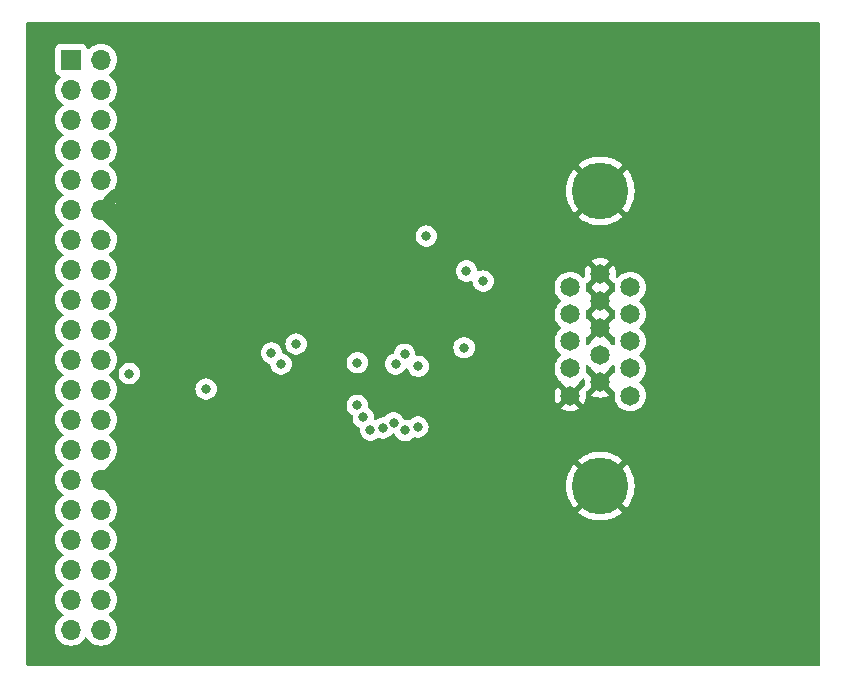
<source format=gbr>
%TF.GenerationSoftware,KiCad,Pcbnew,7.0.7*%
%TF.CreationDate,2023-11-25T23:50:18-06:00*%
%TF.ProjectId,DAC2DE0,44414332-4445-4302-9e6b-696361645f70,rev?*%
%TF.SameCoordinates,Original*%
%TF.FileFunction,Copper,L2,Inr*%
%TF.FilePolarity,Positive*%
%FSLAX46Y46*%
G04 Gerber Fmt 4.6, Leading zero omitted, Abs format (unit mm)*
G04 Created by KiCad (PCBNEW 7.0.7) date 2023-11-25 23:50:18*
%MOMM*%
%LPD*%
G01*
G04 APERTURE LIST*
%TA.AperFunction,ComponentPad*%
%ADD10R,1.700000X1.700000*%
%TD*%
%TA.AperFunction,ComponentPad*%
%ADD11O,1.700000X1.700000*%
%TD*%
%TA.AperFunction,ComponentPad*%
%ADD12C,4.800000*%
%TD*%
%TA.AperFunction,ComponentPad*%
%ADD13C,1.650000*%
%TD*%
%TA.AperFunction,ViaPad*%
%ADD14C,0.800000*%
%TD*%
%TA.AperFunction,Conductor*%
%ADD15C,1.000000*%
%TD*%
G04 APERTURE END LIST*
D10*
%TO.N,/R0*%
%TO.C,J3*%
X163474400Y-74117200D03*
D11*
%TO.N,/R1*%
X166014400Y-74117200D03*
%TO.N,/R2*%
X163474400Y-76657200D03*
%TO.N,/R3*%
X166014400Y-76657200D03*
%TO.N,/R4*%
X163474400Y-79197200D03*
%TO.N,/R5*%
X166014400Y-79197200D03*
%TO.N,/R6*%
X163474400Y-81737200D03*
%TO.N,/R7*%
X166014400Y-81737200D03*
%TO.N,/R8*%
X163474400Y-84277200D03*
%TO.N,/R9*%
X166014400Y-84277200D03*
%TO.N,unconnected-(J3-Pin_11-Pad11)*%
X163474400Y-86817200D03*
%TO.N,GND*%
X166014400Y-86817200D03*
%TO.N,/G0*%
X163474400Y-89357200D03*
%TO.N,/G1*%
X166014400Y-89357200D03*
%TO.N,/G2*%
X163474400Y-91897200D03*
%TO.N,/G3*%
X166014400Y-91897200D03*
%TO.N,/G4*%
X163474400Y-94437200D03*
%TO.N,/G5*%
X166014400Y-94437200D03*
%TO.N,/PCLK*%
X163474400Y-96977200D03*
%TO.N,/G6*%
X166014400Y-96977200D03*
%TO.N,/G7*%
X163474400Y-99517200D03*
%TO.N,/G8*%
X166014400Y-99517200D03*
%TO.N,/G9*%
X163474400Y-102057200D03*
%TO.N,/B0*%
X166014400Y-102057200D03*
%TO.N,/B1*%
X163474400Y-104597200D03*
%TO.N,/B2*%
X166014400Y-104597200D03*
%TO.N,/B3*%
X163474400Y-107137200D03*
%TO.N,/B4*%
X166014400Y-107137200D03*
%TO.N,+3.3V*%
X163474400Y-109677200D03*
%TO.N,GND*%
X166014400Y-109677200D03*
%TO.N,/B5*%
X163474400Y-112217200D03*
%TO.N,/B6*%
X166014400Y-112217200D03*
%TO.N,/B7*%
X163474400Y-114757200D03*
%TO.N,/B8*%
X166014400Y-114757200D03*
%TO.N,/B9*%
X163474400Y-117297200D03*
%TO.N,/BLK*%
X166014400Y-117297200D03*
%TO.N,unconnected-(J3-Pin_37-Pad37)*%
X163474400Y-119837200D03*
%TO.N,unconnected-(J3-Pin_38-Pad38)*%
X166014400Y-119837200D03*
%TO.N,/VSYNC*%
X163474400Y-122377200D03*
%TO.N,/HSYNC*%
X166014400Y-122377200D03*
%TD*%
D12*
%TO.N,GND*%
%TO.C,J1*%
X208280000Y-110214800D03*
X208280000Y-85224800D03*
D13*
%TO.N,unconnected-(J1-Pad15)*%
X210820000Y-102549800D03*
%TO.N,Net-(J1-Pad14)*%
X210820000Y-100259800D03*
%TO.N,Net-(J1-Pad13)*%
X210820000Y-97969800D03*
%TO.N,unconnected-(J1-Pad12)*%
X210820000Y-95679800D03*
%TO.N,unconnected-(J1-Pad11)*%
X210820000Y-93389800D03*
%TO.N,GND*%
X208280000Y-101404800D03*
%TO.N,unconnected-(J1-Pad9)*%
X208280000Y-99114800D03*
%TO.N,GND*%
X208280000Y-96824800D03*
X208280000Y-94534800D03*
X208280000Y-92244800D03*
X205740000Y-102549800D03*
%TO.N,unconnected-(J1-Pad4)*%
X205740000Y-100259800D03*
%TO.N,/BLUE*%
X205740000Y-97969800D03*
%TO.N,/GREEN*%
X205740000Y-95679800D03*
%TO.N,/RED*%
X205740000Y-93389800D03*
%TD*%
D14*
%TO.N,GND*%
X195072000Y-93421200D03*
X201828400Y-95910400D03*
X214223600Y-103022400D03*
X213766400Y-105968800D03*
X215392000Y-106730800D03*
X213512400Y-110439200D03*
X216865200Y-110642400D03*
X213614000Y-114300000D03*
X217220800Y-115976400D03*
X213918800Y-118364000D03*
X214528400Y-120497600D03*
X211683600Y-120243600D03*
X209042000Y-121412000D03*
X206146400Y-119735600D03*
X204774800Y-121107200D03*
X202336400Y-119532400D03*
X199999600Y-121208800D03*
X196850000Y-119583200D03*
X194970400Y-121462800D03*
X192938400Y-119380000D03*
X191566800Y-121208800D03*
X189280800Y-119481600D03*
X187655200Y-121412000D03*
X185318400Y-119684800D03*
X183692800Y-121310400D03*
X181660800Y-119888000D03*
X179374800Y-121310400D03*
X177342800Y-119837200D03*
X175310800Y-121513600D03*
X173177200Y-120091200D03*
X172466000Y-92405200D03*
X170078400Y-92303600D03*
X175056800Y-92303600D03*
X178257200Y-92252800D03*
X178765200Y-95554800D03*
X175717200Y-95504000D03*
X171704000Y-95402400D03*
X169062400Y-95351600D03*
X182575200Y-102108000D03*
X179374800Y-102158800D03*
X176479200Y-102209600D03*
%TO.N,/BLK*%
X187706000Y-99771200D03*
%TO.N,GND*%
X186182000Y-101205100D03*
%TO.N,+3.3V*%
X174904400Y-102006400D03*
%TO.N,/B9*%
X192872900Y-100076000D03*
%TO.N,/B8*%
X191719200Y-99060000D03*
%TO.N,/B7*%
X190957200Y-99872800D03*
%TO.N,/B6*%
X192836800Y-105206800D03*
%TO.N,/B5*%
X191770000Y-105508100D03*
%TO.N,/B4*%
X190784382Y-104861409D03*
%TO.N,/B3*%
X189890400Y-105308400D03*
%TO.N,/B2*%
X188823600Y-105460800D03*
%TO.N,/B1*%
X188214000Y-104394000D03*
%TO.N,/B0*%
X187706000Y-103378000D03*
%TO.N,/G9*%
X181254400Y-99872800D03*
X168402000Y-100685600D03*
%TO.N,/G8*%
X180441600Y-98958400D03*
%TO.N,/G7*%
X182524400Y-98196400D03*
%TO.N,GND*%
X192887600Y-97485200D03*
%TO.N,+3.3V*%
X196748400Y-98501200D03*
X198374000Y-92862400D03*
X196951600Y-91998800D03*
X193548000Y-89052400D03*
%TO.N,GND*%
X195529200Y-89204800D03*
X200710800Y-92862400D03*
X194919600Y-101396800D03*
X199186800Y-102362000D03*
X202031600Y-98653600D03*
%TD*%
D15*
%TO.N,GND*%
X166065200Y-86868000D02*
X168503600Y-86868000D01*
X166014400Y-86817200D02*
X166065200Y-86868000D01*
X167487600Y-88290400D02*
X167538400Y-88290400D01*
X166014400Y-86817200D02*
X167487600Y-88290400D01*
X167233600Y-85598000D02*
X167538400Y-85598000D01*
X166014400Y-86817200D02*
X167233600Y-85598000D01*
X168097200Y-109677200D02*
X168148000Y-109626400D01*
X166014400Y-109677200D02*
X168097200Y-109677200D01*
X166166800Y-109677200D02*
X166014400Y-109677200D01*
X166166800Y-109677200D02*
X167538400Y-108305600D01*
X166116000Y-109677200D02*
X166014400Y-109677200D01*
X166116000Y-109677200D02*
X167182800Y-110744000D01*
%TD*%
%TA.AperFunction,Conductor*%
%TO.N,GND*%
G36*
X206886110Y-101090741D02*
G01*
X206942044Y-101132612D01*
X206966461Y-101198076D01*
X206966305Y-101217730D01*
X206949939Y-101404797D01*
X206949939Y-101404800D01*
X206970145Y-101635758D01*
X206970147Y-101635770D01*
X206974322Y-101651351D01*
X206972657Y-101721201D01*
X206933492Y-101779062D01*
X206869263Y-101806564D01*
X206843739Y-101806968D01*
X206836974Y-101806376D01*
X206388517Y-102254834D01*
X206327194Y-102288319D01*
X206257502Y-102283335D01*
X206201569Y-102241463D01*
X206198486Y-102236550D01*
X206198451Y-102236575D01*
X206193558Y-102229643D01*
X206138661Y-102170864D01*
X206090362Y-102119148D01*
X206055300Y-102097826D01*
X206008248Y-102046174D01*
X205996591Y-101977284D01*
X206024029Y-101913027D01*
X206032048Y-101904197D01*
X206483423Y-101452823D01*
X206481795Y-101434213D01*
X206495561Y-101365713D01*
X206534197Y-101321832D01*
X206595269Y-101279070D01*
X206755099Y-101119239D01*
X206816418Y-101085757D01*
X206886110Y-101090741D01*
G37*
%TD.AperFunction*%
%TA.AperFunction,Conductor*%
G36*
X207250498Y-99962039D02*
G01*
X207265453Y-99974792D01*
X207424731Y-100134070D01*
X207485802Y-100176832D01*
X207529425Y-100231407D01*
X207538204Y-100289211D01*
X207536575Y-100307823D01*
X207986833Y-100758080D01*
X208020318Y-100819403D01*
X208015334Y-100889094D01*
X207977408Y-100941948D01*
X207874262Y-101025864D01*
X207874258Y-101025869D01*
X207823947Y-101097143D01*
X207769204Y-101140560D01*
X207699679Y-101147489D01*
X207637444Y-101115730D01*
X207634962Y-101113315D01*
X207183024Y-100661376D01*
X207176790Y-100661922D01*
X207108290Y-100648155D01*
X207058107Y-100599540D01*
X207042174Y-100531512D01*
X207046209Y-100506299D01*
X207050349Y-100490850D01*
X207070563Y-100259800D01*
X207054244Y-100073277D01*
X207068010Y-100004781D01*
X207116625Y-99954598D01*
X207184654Y-99938664D01*
X207250498Y-99962039D01*
G37*
%TD.AperFunction*%
%TA.AperFunction,Conductor*%
G36*
X209425560Y-99946291D02*
G01*
X209481494Y-99988162D01*
X209505911Y-100053626D01*
X209505755Y-100073280D01*
X209489437Y-100259797D01*
X209489437Y-100259801D01*
X209509650Y-100490844D01*
X209509651Y-100490851D01*
X209513791Y-100506299D01*
X209512128Y-100576149D01*
X209472966Y-100634012D01*
X209408738Y-100661516D01*
X209383210Y-100661921D01*
X209376975Y-100661375D01*
X208928517Y-101109834D01*
X208867194Y-101143319D01*
X208797502Y-101138335D01*
X208741569Y-101096463D01*
X208738486Y-101091550D01*
X208738451Y-101091575D01*
X208733558Y-101084643D01*
X208671975Y-101018705D01*
X208630362Y-100974148D01*
X208595300Y-100952826D01*
X208548248Y-100901174D01*
X208536591Y-100832284D01*
X208564029Y-100768027D01*
X208572048Y-100759197D01*
X209023423Y-100307823D01*
X209021795Y-100289213D01*
X209035561Y-100220713D01*
X209074197Y-100176832D01*
X209135269Y-100134070D01*
X209294549Y-99974789D01*
X209355868Y-99941307D01*
X209425560Y-99946291D01*
G37*
%TD.AperFunction*%
%TA.AperFunction,Conductor*%
G36*
X208922553Y-97113868D02*
G01*
X208925037Y-97116284D01*
X209376975Y-97568223D01*
X209383208Y-97567678D01*
X209451708Y-97581444D01*
X209501891Y-97630060D01*
X209517825Y-97698088D01*
X209513791Y-97723299D01*
X209509652Y-97738744D01*
X209509650Y-97738755D01*
X209489437Y-97969798D01*
X209489437Y-97969802D01*
X209505755Y-98156319D01*
X209491988Y-98224819D01*
X209443373Y-98275002D01*
X209375344Y-98290935D01*
X209309501Y-98267560D01*
X209294546Y-98254807D01*
X209135269Y-98095530D01*
X209074199Y-98052768D01*
X209030574Y-97998191D01*
X209021795Y-97940386D01*
X209023423Y-97921775D01*
X208573166Y-97471518D01*
X208539681Y-97410195D01*
X208544665Y-97340503D01*
X208582588Y-97287653D01*
X208685739Y-97203734D01*
X208736052Y-97132455D01*
X208790793Y-97089039D01*
X208860318Y-97082110D01*
X208922553Y-97113868D01*
G37*
%TD.AperFunction*%
%TA.AperFunction,Conductor*%
G36*
X207762496Y-97091263D02*
G01*
X207818430Y-97133134D01*
X207821514Y-97138049D01*
X207821549Y-97138025D01*
X207826441Y-97144956D01*
X207889629Y-97212613D01*
X207929638Y-97255452D01*
X207964698Y-97276773D01*
X208011749Y-97328423D01*
X208023407Y-97397313D01*
X207995970Y-97461570D01*
X207987950Y-97470401D01*
X207536575Y-97921775D01*
X207538204Y-97940386D01*
X207524438Y-98008886D01*
X207485801Y-98052768D01*
X207424731Y-98095530D01*
X207265453Y-98254808D01*
X207204130Y-98288292D01*
X207134438Y-98283308D01*
X207078505Y-98241436D01*
X207054088Y-98175972D01*
X207054243Y-98156330D01*
X207070563Y-97969800D01*
X207050349Y-97738750D01*
X207046209Y-97723299D01*
X207047870Y-97653452D01*
X207087031Y-97595588D01*
X207151259Y-97568082D01*
X207176793Y-97567677D01*
X207183024Y-97568222D01*
X207631482Y-97119764D01*
X207692805Y-97086279D01*
X207762496Y-97091263D01*
G37*
%TD.AperFunction*%
%TA.AperFunction,Conductor*%
G36*
X207762496Y-94801263D02*
G01*
X207818430Y-94843134D01*
X207821514Y-94848049D01*
X207821549Y-94848025D01*
X207826441Y-94854956D01*
X207929637Y-94965451D01*
X207929638Y-94965452D01*
X207964698Y-94986773D01*
X208011749Y-95038423D01*
X208023407Y-95107313D01*
X207995970Y-95171570D01*
X207987950Y-95180401D01*
X207536575Y-95631775D01*
X207539832Y-95668990D01*
X207539832Y-95690606D01*
X207536575Y-95727822D01*
X207986833Y-96178080D01*
X208020318Y-96239403D01*
X208015334Y-96309095D01*
X207977408Y-96361948D01*
X207874262Y-96445864D01*
X207874258Y-96445869D01*
X207823947Y-96517143D01*
X207769204Y-96560560D01*
X207699679Y-96567489D01*
X207637444Y-96535730D01*
X207634962Y-96533315D01*
X207183024Y-96081376D01*
X207176790Y-96081922D01*
X207108290Y-96068155D01*
X207058107Y-96019540D01*
X207042174Y-95951512D01*
X207046209Y-95926299D01*
X207050349Y-95910850D01*
X207070563Y-95679800D01*
X207069617Y-95668992D01*
X207064074Y-95605625D01*
X207050349Y-95448750D01*
X207046209Y-95433299D01*
X207047870Y-95363452D01*
X207087031Y-95305588D01*
X207151259Y-95278082D01*
X207176793Y-95277677D01*
X207183024Y-95278222D01*
X207631482Y-94829764D01*
X207692805Y-94796279D01*
X207762496Y-94801263D01*
G37*
%TD.AperFunction*%
%TA.AperFunction,Conductor*%
G36*
X208922553Y-94823868D02*
G01*
X208925037Y-94826284D01*
X209376975Y-95278223D01*
X209383208Y-95277678D01*
X209451708Y-95291444D01*
X209501891Y-95340060D01*
X209517825Y-95408088D01*
X209513791Y-95433299D01*
X209509652Y-95448744D01*
X209509650Y-95448755D01*
X209489437Y-95679798D01*
X209489437Y-95679801D01*
X209509650Y-95910844D01*
X209509651Y-95910851D01*
X209513791Y-95926299D01*
X209512128Y-95996149D01*
X209472966Y-96054012D01*
X209408738Y-96081516D01*
X209383210Y-96081921D01*
X209376975Y-96081375D01*
X208928517Y-96529834D01*
X208867194Y-96563319D01*
X208797502Y-96558335D01*
X208741569Y-96516463D01*
X208738486Y-96511550D01*
X208738451Y-96511575D01*
X208733558Y-96504643D01*
X208678661Y-96445864D01*
X208630362Y-96394148D01*
X208595300Y-96372826D01*
X208548248Y-96321174D01*
X208536591Y-96252284D01*
X208564029Y-96188027D01*
X208572048Y-96179197D01*
X209023423Y-95727823D01*
X209020167Y-95690608D01*
X209020167Y-95668992D01*
X209023423Y-95631775D01*
X208573166Y-95181518D01*
X208539681Y-95120195D01*
X208544665Y-95050503D01*
X208582588Y-94997653D01*
X208685739Y-94913734D01*
X208736052Y-94842455D01*
X208790793Y-94799039D01*
X208860318Y-94792110D01*
X208922553Y-94823868D01*
G37*
%TD.AperFunction*%
%TA.AperFunction,Conductor*%
G36*
X207762496Y-92511263D02*
G01*
X207818430Y-92553134D01*
X207821514Y-92558049D01*
X207821549Y-92558025D01*
X207826441Y-92564956D01*
X207926123Y-92671688D01*
X207929638Y-92675452D01*
X207964698Y-92696773D01*
X208011749Y-92748423D01*
X208023407Y-92817313D01*
X207995970Y-92881570D01*
X207987950Y-92890401D01*
X207536575Y-93341775D01*
X207539832Y-93378990D01*
X207539832Y-93400606D01*
X207536575Y-93437822D01*
X207986833Y-93888080D01*
X208020318Y-93949403D01*
X208015334Y-94019095D01*
X207977408Y-94071948D01*
X207874262Y-94155864D01*
X207874258Y-94155869D01*
X207823947Y-94227143D01*
X207769204Y-94270560D01*
X207699679Y-94277489D01*
X207637444Y-94245730D01*
X207634962Y-94243315D01*
X207183024Y-93791376D01*
X207176790Y-93791922D01*
X207108290Y-93778155D01*
X207058107Y-93729540D01*
X207042174Y-93661512D01*
X207046209Y-93636299D01*
X207050349Y-93620850D01*
X207070563Y-93389800D01*
X207050349Y-93158750D01*
X207046209Y-93143299D01*
X207047870Y-93073452D01*
X207087031Y-93015588D01*
X207151259Y-92988082D01*
X207176793Y-92987677D01*
X207183024Y-92988222D01*
X207631482Y-92539764D01*
X207692805Y-92506279D01*
X207762496Y-92511263D01*
G37*
%TD.AperFunction*%
%TA.AperFunction,Conductor*%
G36*
X208922553Y-92533868D02*
G01*
X208925037Y-92536284D01*
X209376975Y-92988223D01*
X209383208Y-92987678D01*
X209451708Y-93001444D01*
X209501891Y-93050060D01*
X209517825Y-93118088D01*
X209513791Y-93143299D01*
X209509652Y-93158744D01*
X209509650Y-93158755D01*
X209489437Y-93389798D01*
X209489437Y-93389801D01*
X209509650Y-93620844D01*
X209509651Y-93620851D01*
X209513791Y-93636299D01*
X209512128Y-93706149D01*
X209472966Y-93764012D01*
X209408738Y-93791516D01*
X209383210Y-93791921D01*
X209376975Y-93791375D01*
X208928517Y-94239834D01*
X208867194Y-94273319D01*
X208797502Y-94268335D01*
X208741569Y-94226463D01*
X208738486Y-94221550D01*
X208738451Y-94221575D01*
X208733558Y-94214643D01*
X208678661Y-94155864D01*
X208630362Y-94104148D01*
X208595300Y-94082826D01*
X208548248Y-94031174D01*
X208536591Y-93962284D01*
X208564029Y-93898027D01*
X208572048Y-93889197D01*
X209023422Y-93437823D01*
X209020166Y-93400600D01*
X209020166Y-93378985D01*
X209023421Y-93341774D01*
X208573165Y-92891518D01*
X208539680Y-92830195D01*
X208544664Y-92760503D01*
X208582588Y-92707653D01*
X208685739Y-92623734D01*
X208736052Y-92552455D01*
X208790793Y-92509039D01*
X208860318Y-92502110D01*
X208922553Y-92533868D01*
G37*
%TD.AperFunction*%
%TA.AperFunction,Conductor*%
G36*
X226815339Y-70936985D02*
G01*
X226861094Y-70989789D01*
X226872300Y-71041300D01*
X226872300Y-125300700D01*
X226852615Y-125367739D01*
X226799811Y-125413494D01*
X226748300Y-125424700D01*
X159788900Y-125424700D01*
X159721861Y-125405015D01*
X159676106Y-125352211D01*
X159664900Y-125300700D01*
X159664900Y-122377200D01*
X162118741Y-122377200D01*
X162139336Y-122612603D01*
X162139338Y-122612613D01*
X162200494Y-122840855D01*
X162200496Y-122840859D01*
X162200497Y-122840863D01*
X162204400Y-122849232D01*
X162300365Y-123055030D01*
X162300367Y-123055034D01*
X162408681Y-123209721D01*
X162435905Y-123248601D01*
X162602999Y-123415695D01*
X162699784Y-123483464D01*
X162796565Y-123551232D01*
X162796567Y-123551233D01*
X162796570Y-123551235D01*
X163010737Y-123651103D01*
X163238992Y-123712263D01*
X163427318Y-123728739D01*
X163474399Y-123732859D01*
X163474400Y-123732859D01*
X163474401Y-123732859D01*
X163513634Y-123729426D01*
X163709808Y-123712263D01*
X163938063Y-123651103D01*
X164152230Y-123551235D01*
X164345801Y-123415695D01*
X164512895Y-123248601D01*
X164642824Y-123063042D01*
X164697402Y-123019417D01*
X164766900Y-123012223D01*
X164829255Y-123043746D01*
X164845975Y-123063042D01*
X164975900Y-123248595D01*
X164975905Y-123248601D01*
X165142999Y-123415695D01*
X165239784Y-123483464D01*
X165336565Y-123551232D01*
X165336567Y-123551233D01*
X165336570Y-123551235D01*
X165550737Y-123651103D01*
X165778992Y-123712263D01*
X165967318Y-123728739D01*
X166014399Y-123732859D01*
X166014400Y-123732859D01*
X166014401Y-123732859D01*
X166053634Y-123729426D01*
X166249808Y-123712263D01*
X166478063Y-123651103D01*
X166692230Y-123551235D01*
X166885801Y-123415695D01*
X167052895Y-123248601D01*
X167188435Y-123055030D01*
X167288303Y-122840863D01*
X167349463Y-122612608D01*
X167370059Y-122377200D01*
X167349463Y-122141792D01*
X167288303Y-121913537D01*
X167188435Y-121699371D01*
X167182825Y-121691358D01*
X167052894Y-121505797D01*
X166885802Y-121338706D01*
X166885796Y-121338701D01*
X166700242Y-121208775D01*
X166656617Y-121154198D01*
X166649423Y-121084700D01*
X166680946Y-121022345D01*
X166700242Y-121005625D01*
X166722426Y-120990091D01*
X166885801Y-120875695D01*
X167052895Y-120708601D01*
X167188435Y-120515030D01*
X167288303Y-120300863D01*
X167349463Y-120072608D01*
X167370059Y-119837200D01*
X167349463Y-119601792D01*
X167288303Y-119373537D01*
X167188435Y-119159371D01*
X167182825Y-119151358D01*
X167052894Y-118965797D01*
X166885802Y-118798706D01*
X166885796Y-118798701D01*
X166700242Y-118668775D01*
X166656617Y-118614198D01*
X166649423Y-118544700D01*
X166680946Y-118482345D01*
X166700242Y-118465625D01*
X166722426Y-118450091D01*
X166885801Y-118335695D01*
X167052895Y-118168601D01*
X167188435Y-117975030D01*
X167288303Y-117760863D01*
X167349463Y-117532608D01*
X167370059Y-117297200D01*
X167349463Y-117061792D01*
X167288303Y-116833537D01*
X167188435Y-116619371D01*
X167182825Y-116611358D01*
X167052894Y-116425797D01*
X166885802Y-116258706D01*
X166885796Y-116258701D01*
X166700242Y-116128775D01*
X166656617Y-116074198D01*
X166649423Y-116004700D01*
X166680946Y-115942345D01*
X166700242Y-115925625D01*
X166722426Y-115910091D01*
X166885801Y-115795695D01*
X167052895Y-115628601D01*
X167188435Y-115435030D01*
X167288303Y-115220863D01*
X167349463Y-114992608D01*
X167370059Y-114757200D01*
X167349463Y-114521792D01*
X167288303Y-114293537D01*
X167188435Y-114079371D01*
X167182825Y-114071358D01*
X167052894Y-113885797D01*
X166885802Y-113718706D01*
X166885796Y-113718701D01*
X166700242Y-113588775D01*
X166656617Y-113534198D01*
X166649423Y-113464700D01*
X166680946Y-113402345D01*
X166700242Y-113385625D01*
X166722426Y-113370091D01*
X166885801Y-113255695D01*
X167052895Y-113088601D01*
X167188435Y-112895030D01*
X167288303Y-112680863D01*
X167349463Y-112452608D01*
X167370059Y-112217200D01*
X167349463Y-111981792D01*
X167288303Y-111753537D01*
X167188435Y-111539371D01*
X167182825Y-111531358D01*
X167052894Y-111345797D01*
X166885802Y-111178706D01*
X166885801Y-111178705D01*
X166699805Y-111048469D01*
X166656181Y-110993892D01*
X166648988Y-110924393D01*
X166680510Y-110862039D01*
X166699805Y-110845319D01*
X166885482Y-110715305D01*
X167052505Y-110548282D01*
X167188000Y-110354778D01*
X167253271Y-110214803D01*
X205375085Y-110214803D01*
X205394727Y-110552040D01*
X205394728Y-110552051D01*
X205453383Y-110884702D01*
X205453385Y-110884711D01*
X205550273Y-111208340D01*
X205684069Y-111518514D01*
X205684075Y-111518527D01*
X205852979Y-111811078D01*
X206054703Y-112082039D01*
X206056890Y-112084355D01*
X206887413Y-111253832D01*
X206948736Y-111220347D01*
X207018427Y-111225331D01*
X207069381Y-111260979D01*
X207145130Y-111349670D01*
X207208855Y-111404096D01*
X207233816Y-111425415D01*
X207272009Y-111483922D01*
X207272507Y-111553790D01*
X207240965Y-111607386D01*
X206413798Y-112434553D01*
X206413799Y-112434554D01*
X206545302Y-112544898D01*
X206827538Y-112730528D01*
X207129414Y-112882136D01*
X207129420Y-112882139D01*
X207446848Y-112997673D01*
X207446869Y-112997680D01*
X207775551Y-113075580D01*
X207775566Y-113075582D01*
X208111100Y-113114799D01*
X208111101Y-113114800D01*
X208448899Y-113114800D01*
X208448899Y-113114799D01*
X208784433Y-113075582D01*
X208784448Y-113075580D01*
X209113130Y-112997680D01*
X209113151Y-112997673D01*
X209430579Y-112882139D01*
X209430585Y-112882136D01*
X209732454Y-112730531D01*
X210014698Y-112544897D01*
X210146199Y-112434554D01*
X210146200Y-112434553D01*
X209319033Y-111607386D01*
X209285548Y-111546063D01*
X209290532Y-111476371D01*
X209326180Y-111425417D01*
X209414870Y-111349670D01*
X209490617Y-111260980D01*
X209549121Y-111222790D01*
X209618989Y-111222290D01*
X209672586Y-111253833D01*
X210503109Y-112084356D01*
X210505291Y-112082044D01*
X210505296Y-112082039D01*
X210707020Y-111811078D01*
X210875924Y-111518527D01*
X210875930Y-111518514D01*
X211009726Y-111208340D01*
X211106614Y-110884711D01*
X211106616Y-110884702D01*
X211165271Y-110552051D01*
X211165272Y-110552040D01*
X211184915Y-110214803D01*
X211184915Y-110214796D01*
X211165272Y-109877559D01*
X211165271Y-109877548D01*
X211106616Y-109544897D01*
X211106614Y-109544888D01*
X211009726Y-109221259D01*
X210875930Y-108911085D01*
X210875924Y-108911072D01*
X210707020Y-108618521D01*
X210505299Y-108347564D01*
X210503109Y-108345243D01*
X209672586Y-109175765D01*
X209611263Y-109209250D01*
X209541571Y-109204266D01*
X209490615Y-109168616D01*
X209469296Y-109143655D01*
X209414870Y-109079930D01*
X209326179Y-109004181D01*
X209287989Y-108945678D01*
X209287489Y-108875810D01*
X209319032Y-108822213D01*
X210146200Y-107995044D01*
X210014695Y-107884700D01*
X210014688Y-107884695D01*
X209732461Y-107699071D01*
X209430585Y-107547463D01*
X209430579Y-107547460D01*
X209113151Y-107431926D01*
X209113130Y-107431919D01*
X208784448Y-107354019D01*
X208784433Y-107354017D01*
X208448899Y-107314800D01*
X208111101Y-107314800D01*
X207775566Y-107354017D01*
X207775551Y-107354019D01*
X207446869Y-107431919D01*
X207446848Y-107431926D01*
X207129420Y-107547460D01*
X207129414Y-107547463D01*
X206827538Y-107699071D01*
X206545311Y-107884695D01*
X206545304Y-107884700D01*
X206413798Y-107995044D01*
X206413798Y-107995045D01*
X207240966Y-108822213D01*
X207274451Y-108883536D01*
X207269467Y-108953228D01*
X207233817Y-109004184D01*
X207145130Y-109079930D01*
X207069384Y-109168617D01*
X207010877Y-109206810D01*
X206941009Y-109207308D01*
X206887413Y-109175766D01*
X206056889Y-108345243D01*
X206054705Y-108347558D01*
X205852979Y-108618521D01*
X205684075Y-108911072D01*
X205684069Y-108911085D01*
X205550273Y-109221259D01*
X205453385Y-109544888D01*
X205453383Y-109544897D01*
X205394728Y-109877548D01*
X205394727Y-109877559D01*
X205375085Y-110214796D01*
X205375085Y-110214803D01*
X167253271Y-110214803D01*
X167287829Y-110140692D01*
X167287832Y-110140686D01*
X167345036Y-109927200D01*
X166627747Y-109927200D01*
X166560708Y-109907515D01*
X166514953Y-109854711D01*
X166505009Y-109785553D01*
X166508769Y-109768267D01*
X166514400Y-109749088D01*
X166514400Y-109605311D01*
X166508769Y-109586133D01*
X166508770Y-109516264D01*
X166546545Y-109457486D01*
X166610101Y-109428462D01*
X166627747Y-109427200D01*
X167345036Y-109427200D01*
X167345035Y-109427199D01*
X167287832Y-109213713D01*
X167287829Y-109213707D01*
X167188000Y-108999622D01*
X167187999Y-108999620D01*
X167052513Y-108806126D01*
X167052508Y-108806120D01*
X166885478Y-108639090D01*
X166699805Y-108509079D01*
X166656180Y-108454502D01*
X166648988Y-108385004D01*
X166680510Y-108322649D01*
X166699806Y-108305930D01*
X166700242Y-108305625D01*
X166885801Y-108175695D01*
X167052895Y-108008601D01*
X167188435Y-107815030D01*
X167288303Y-107600863D01*
X167349463Y-107372608D01*
X167370059Y-107137200D01*
X167349463Y-106901792D01*
X167288303Y-106673537D01*
X167188435Y-106459371D01*
X167182825Y-106451358D01*
X167052894Y-106265797D01*
X166885802Y-106098706D01*
X166885796Y-106098701D01*
X166700242Y-105968775D01*
X166656617Y-105914198D01*
X166649423Y-105844700D01*
X166680946Y-105782345D01*
X166700242Y-105765625D01*
X166866715Y-105649059D01*
X166885801Y-105635695D01*
X167052895Y-105468601D01*
X167188435Y-105275030D01*
X167288303Y-105060863D01*
X167349463Y-104832608D01*
X167370059Y-104597200D01*
X167349463Y-104361792D01*
X167288303Y-104133537D01*
X167188435Y-103919371D01*
X167182825Y-103911358D01*
X167052894Y-103725797D01*
X166885802Y-103558706D01*
X166885796Y-103558701D01*
X166700242Y-103428775D01*
X166659656Y-103378000D01*
X186800540Y-103378000D01*
X186820326Y-103566256D01*
X186820327Y-103566259D01*
X186878818Y-103746277D01*
X186878821Y-103746284D01*
X186973467Y-103910216D01*
X187100129Y-104050888D01*
X187253270Y-104162151D01*
X187253280Y-104162155D01*
X187258605Y-104165230D01*
X187306824Y-104215794D01*
X187320052Y-104284400D01*
X187319934Y-104285582D01*
X187308540Y-104393999D01*
X187308540Y-104394000D01*
X187328326Y-104582256D01*
X187328327Y-104582259D01*
X187386818Y-104762277D01*
X187386821Y-104762284D01*
X187481467Y-104926216D01*
X187564596Y-105018540D01*
X187608129Y-105066888D01*
X187761265Y-105178148D01*
X187761266Y-105178148D01*
X187761270Y-105178151D01*
X187857204Y-105220864D01*
X187910441Y-105266114D01*
X187930762Y-105332963D01*
X187930089Y-105347103D01*
X187925049Y-105395059D01*
X187918140Y-105460800D01*
X187937926Y-105649056D01*
X187937927Y-105649059D01*
X187996418Y-105829077D01*
X187996421Y-105829084D01*
X188091067Y-105993016D01*
X188186230Y-106098705D01*
X188217729Y-106133688D01*
X188370865Y-106244948D01*
X188370870Y-106244951D01*
X188543792Y-106321942D01*
X188543797Y-106321944D01*
X188728954Y-106361300D01*
X188728955Y-106361300D01*
X188918244Y-106361300D01*
X188918246Y-106361300D01*
X189103403Y-106321944D01*
X189276330Y-106244951D01*
X189409776Y-106147996D01*
X189475580Y-106124518D01*
X189533092Y-106135036D01*
X189610597Y-106169544D01*
X189795754Y-106208900D01*
X189795755Y-106208900D01*
X189985044Y-106208900D01*
X189985046Y-106208900D01*
X190170203Y-106169544D01*
X190343130Y-106092551D01*
X190496271Y-105981288D01*
X190622933Y-105840616D01*
X190632578Y-105823910D01*
X190683143Y-105775694D01*
X190739965Y-105761909D01*
X190815534Y-105761909D01*
X190882573Y-105781594D01*
X190928328Y-105834398D01*
X190933465Y-105847590D01*
X190942819Y-105876380D01*
X190942821Y-105876384D01*
X191037467Y-106040316D01*
X191134425Y-106147998D01*
X191164129Y-106180988D01*
X191317265Y-106292248D01*
X191317270Y-106292251D01*
X191490192Y-106369242D01*
X191490197Y-106369244D01*
X191675354Y-106408600D01*
X191675355Y-106408600D01*
X191864644Y-106408600D01*
X191864646Y-106408600D01*
X192049803Y-106369244D01*
X192222730Y-106292251D01*
X192375871Y-106180988D01*
X192442497Y-106106990D01*
X192501983Y-106070343D01*
X192560426Y-106068673D01*
X192742154Y-106107300D01*
X192742155Y-106107300D01*
X192931444Y-106107300D01*
X192931446Y-106107300D01*
X193116603Y-106067944D01*
X193289530Y-105990951D01*
X193442671Y-105879688D01*
X193569333Y-105739016D01*
X193663979Y-105575084D01*
X193722474Y-105395056D01*
X193742260Y-105206800D01*
X193722474Y-105018544D01*
X193663979Y-104838516D01*
X193569333Y-104674584D01*
X193442671Y-104533912D01*
X193429370Y-104524248D01*
X193289534Y-104422651D01*
X193289529Y-104422648D01*
X193116607Y-104345657D01*
X193116602Y-104345655D01*
X192970800Y-104314665D01*
X192931446Y-104306300D01*
X192742154Y-104306300D01*
X192709697Y-104313198D01*
X192556997Y-104345655D01*
X192556992Y-104345657D01*
X192384070Y-104422648D01*
X192384065Y-104422651D01*
X192230935Y-104533906D01*
X192230928Y-104533912D01*
X192164300Y-104607909D01*
X192104813Y-104644557D01*
X192046370Y-104646226D01*
X191889524Y-104612888D01*
X191864646Y-104607600D01*
X191738847Y-104607600D01*
X191671808Y-104587915D01*
X191626053Y-104535111D01*
X191620916Y-104521917D01*
X191611561Y-104493125D01*
X191611559Y-104493121D01*
X191516916Y-104329194D01*
X191390252Y-104188520D01*
X191237116Y-104077260D01*
X191237111Y-104077257D01*
X191064189Y-104000266D01*
X191064184Y-104000264D01*
X190918383Y-103969274D01*
X190879028Y-103960909D01*
X190689736Y-103960909D01*
X190657279Y-103967807D01*
X190504579Y-104000264D01*
X190504574Y-104000266D01*
X190331652Y-104077257D01*
X190331647Y-104077260D01*
X190178511Y-104188520D01*
X190051848Y-104329194D01*
X190042203Y-104345900D01*
X189991637Y-104394115D01*
X189934816Y-104407900D01*
X189795754Y-104407900D01*
X189763297Y-104414798D01*
X189610597Y-104447255D01*
X189610592Y-104447257D01*
X189437671Y-104524248D01*
X189304226Y-104621201D01*
X189238419Y-104644680D01*
X189180918Y-104634167D01*
X189180408Y-104633940D01*
X189127166Y-104588696D01*
X189106837Y-104521849D01*
X189107509Y-104507704D01*
X189119460Y-104394000D01*
X189099674Y-104205744D01*
X189041179Y-104025716D01*
X188946533Y-103861784D01*
X188819871Y-103721112D01*
X188819870Y-103721111D01*
X188666731Y-103609849D01*
X188661384Y-103606762D01*
X188613169Y-103556194D01*
X188599948Y-103487586D01*
X188600065Y-103486415D01*
X188606123Y-103428775D01*
X188611460Y-103378000D01*
X188591674Y-103189744D01*
X188533179Y-103009716D01*
X188438533Y-102845784D01*
X188311871Y-102705112D01*
X188311870Y-102705111D01*
X188158734Y-102593851D01*
X188158729Y-102593848D01*
X187985807Y-102516857D01*
X187985802Y-102516855D01*
X187840001Y-102485865D01*
X187800646Y-102477500D01*
X187611354Y-102477500D01*
X187578897Y-102484398D01*
X187426197Y-102516855D01*
X187426192Y-102516857D01*
X187253270Y-102593848D01*
X187253265Y-102593851D01*
X187100129Y-102705111D01*
X186973466Y-102845785D01*
X186878821Y-103009715D01*
X186878818Y-103009722D01*
X186838050Y-103135195D01*
X186820326Y-103189744D01*
X186800540Y-103378000D01*
X166659656Y-103378000D01*
X166656617Y-103374198D01*
X166649423Y-103304700D01*
X166680946Y-103242345D01*
X166700242Y-103225625D01*
X166829389Y-103135195D01*
X166885801Y-103095695D01*
X167052895Y-102928601D01*
X167188435Y-102735030D01*
X167288303Y-102520863D01*
X167349463Y-102292608D01*
X167370059Y-102057200D01*
X167365614Y-102006400D01*
X173998940Y-102006400D01*
X174018726Y-102194656D01*
X174018727Y-102194659D01*
X174077218Y-102374677D01*
X174077221Y-102374684D01*
X174171867Y-102538616D01*
X174221601Y-102593851D01*
X174298529Y-102679288D01*
X174451665Y-102790548D01*
X174451670Y-102790551D01*
X174624592Y-102867542D01*
X174624597Y-102867544D01*
X174809754Y-102906900D01*
X174809755Y-102906900D01*
X174999044Y-102906900D01*
X174999046Y-102906900D01*
X175184203Y-102867544D01*
X175357130Y-102790551D01*
X175510271Y-102679288D01*
X175636933Y-102538616D01*
X175731579Y-102374684D01*
X175790074Y-102194656D01*
X175809860Y-102006400D01*
X175790074Y-101818144D01*
X175731579Y-101638116D01*
X175636933Y-101474184D01*
X175510271Y-101333512D01*
X175510270Y-101333511D01*
X175357134Y-101222251D01*
X175357129Y-101222248D01*
X175184207Y-101145257D01*
X175184202Y-101145255D01*
X175017554Y-101109834D01*
X174999046Y-101105900D01*
X174809754Y-101105900D01*
X174791246Y-101109834D01*
X174624597Y-101145255D01*
X174624592Y-101145257D01*
X174451670Y-101222248D01*
X174451665Y-101222251D01*
X174298529Y-101333511D01*
X174171866Y-101474185D01*
X174077221Y-101638115D01*
X174077218Y-101638122D01*
X174022357Y-101806968D01*
X174018726Y-101818144D01*
X173998940Y-102006400D01*
X167365614Y-102006400D01*
X167349463Y-101821792D01*
X167300248Y-101638116D01*
X167288305Y-101593544D01*
X167288304Y-101593543D01*
X167288303Y-101593537D01*
X167188435Y-101379371D01*
X167182825Y-101371358D01*
X167052894Y-101185797D01*
X166885802Y-101018706D01*
X166885796Y-101018701D01*
X166700242Y-100888775D01*
X166656617Y-100834198D01*
X166649423Y-100764700D01*
X166680946Y-100702345D01*
X166700242Y-100685625D01*
X166700278Y-100685600D01*
X167496540Y-100685600D01*
X167516326Y-100873856D01*
X167516327Y-100873859D01*
X167574818Y-101053877D01*
X167574821Y-101053884D01*
X167669467Y-101217816D01*
X167795512Y-101357803D01*
X167796129Y-101358488D01*
X167949265Y-101469748D01*
X167949270Y-101469751D01*
X168122192Y-101546742D01*
X168122197Y-101546744D01*
X168307354Y-101586100D01*
X168307355Y-101586100D01*
X168496644Y-101586100D01*
X168496646Y-101586100D01*
X168681803Y-101546744D01*
X168854730Y-101469751D01*
X169007871Y-101358488D01*
X169134533Y-101217816D01*
X169229179Y-101053884D01*
X169287674Y-100873856D01*
X169307460Y-100685600D01*
X169287674Y-100497344D01*
X169229179Y-100317316D01*
X169134533Y-100153384D01*
X169007871Y-100012712D01*
X168996955Y-100004781D01*
X168854734Y-99901451D01*
X168854729Y-99901448D01*
X168681807Y-99824457D01*
X168681802Y-99824455D01*
X168536000Y-99793465D01*
X168496646Y-99785100D01*
X168307354Y-99785100D01*
X168274897Y-99791998D01*
X168122197Y-99824455D01*
X168122192Y-99824457D01*
X167949270Y-99901448D01*
X167949265Y-99901451D01*
X167796129Y-100012711D01*
X167669466Y-100153385D01*
X167574821Y-100317315D01*
X167574818Y-100317322D01*
X167516327Y-100497340D01*
X167516326Y-100497344D01*
X167496540Y-100685600D01*
X166700278Y-100685600D01*
X166734874Y-100661375D01*
X166885801Y-100555695D01*
X167052895Y-100388601D01*
X167188435Y-100195030D01*
X167288303Y-99980863D01*
X167349463Y-99752608D01*
X167370059Y-99517200D01*
X167349463Y-99281792D01*
X167292126Y-99067803D01*
X167288305Y-99053544D01*
X167288304Y-99053543D01*
X167288303Y-99053537D01*
X167243940Y-98958400D01*
X179536140Y-98958400D01*
X179555926Y-99146656D01*
X179555927Y-99146659D01*
X179614418Y-99326677D01*
X179614421Y-99326684D01*
X179709067Y-99490616D01*
X179802621Y-99594518D01*
X179835729Y-99631288D01*
X179988865Y-99742548D01*
X179988870Y-99742551D01*
X180161792Y-99819542D01*
X180161793Y-99819542D01*
X180161797Y-99819544D01*
X180252346Y-99838790D01*
X180259367Y-99840283D01*
X180320849Y-99873475D01*
X180354626Y-99934638D01*
X180356907Y-99948608D01*
X180368726Y-100061056D01*
X180368727Y-100061059D01*
X180427218Y-100241077D01*
X180427221Y-100241084D01*
X180521867Y-100405016D01*
X180604996Y-100497340D01*
X180648529Y-100545688D01*
X180801665Y-100656948D01*
X180801670Y-100656951D01*
X180974592Y-100733942D01*
X180974597Y-100733944D01*
X181159754Y-100773300D01*
X181159755Y-100773300D01*
X181349044Y-100773300D01*
X181349046Y-100773300D01*
X181534203Y-100733944D01*
X181707130Y-100656951D01*
X181860271Y-100545688D01*
X181986933Y-100405016D01*
X182081579Y-100241084D01*
X182140074Y-100061056D01*
X182159860Y-99872800D01*
X182149182Y-99771200D01*
X186800540Y-99771200D01*
X186820326Y-99959456D01*
X186820327Y-99959459D01*
X186878818Y-100139477D01*
X186878821Y-100139484D01*
X186973467Y-100303416D01*
X187083076Y-100425149D01*
X187100129Y-100444088D01*
X187253265Y-100555348D01*
X187253270Y-100555351D01*
X187426192Y-100632342D01*
X187426197Y-100632344D01*
X187611354Y-100671700D01*
X187611355Y-100671700D01*
X187800644Y-100671700D01*
X187800646Y-100671700D01*
X187985803Y-100632344D01*
X188158730Y-100555351D01*
X188311871Y-100444088D01*
X188438533Y-100303416D01*
X188533179Y-100139484D01*
X188591674Y-99959456D01*
X188600782Y-99872800D01*
X190051740Y-99872800D01*
X190071526Y-100061056D01*
X190071527Y-100061059D01*
X190130018Y-100241077D01*
X190130021Y-100241084D01*
X190224667Y-100405016D01*
X190307796Y-100497340D01*
X190351329Y-100545688D01*
X190504465Y-100656948D01*
X190504470Y-100656951D01*
X190677392Y-100733942D01*
X190677397Y-100733944D01*
X190862554Y-100773300D01*
X190862555Y-100773300D01*
X191051844Y-100773300D01*
X191051846Y-100773300D01*
X191237003Y-100733944D01*
X191409930Y-100656951D01*
X191563071Y-100545688D01*
X191689733Y-100405016D01*
X191770106Y-100265804D01*
X191820672Y-100217590D01*
X191889279Y-100204366D01*
X191954144Y-100230334D01*
X191994673Y-100287248D01*
X191995424Y-100289487D01*
X192045718Y-100444277D01*
X192045721Y-100444284D01*
X192140367Y-100608216D01*
X192236403Y-100714874D01*
X192267029Y-100748888D01*
X192420165Y-100860148D01*
X192420170Y-100860151D01*
X192593092Y-100937142D01*
X192593097Y-100937144D01*
X192778254Y-100976500D01*
X192778255Y-100976500D01*
X192967544Y-100976500D01*
X192967546Y-100976500D01*
X193152703Y-100937144D01*
X193325630Y-100860151D01*
X193478771Y-100748888D01*
X193605433Y-100608216D01*
X193700079Y-100444284D01*
X193758574Y-100264256D01*
X193759042Y-100259801D01*
X204409437Y-100259801D01*
X204429650Y-100490844D01*
X204429651Y-100490851D01*
X204489678Y-100714874D01*
X204489679Y-100714876D01*
X204489680Y-100714879D01*
X204587699Y-100925082D01*
X204720730Y-101115069D01*
X204884731Y-101279070D01*
X204945802Y-101321832D01*
X204989425Y-101376407D01*
X204998204Y-101434211D01*
X204996575Y-101452823D01*
X205446833Y-101903080D01*
X205480318Y-101964403D01*
X205475334Y-102034094D01*
X205437408Y-102086948D01*
X205334262Y-102170864D01*
X205334258Y-102170869D01*
X205283947Y-102242143D01*
X205229204Y-102285560D01*
X205159679Y-102292489D01*
X205097444Y-102260730D01*
X205094962Y-102258315D01*
X204643024Y-101806376D01*
X204643024Y-101806377D01*
X204588133Y-101884769D01*
X204588132Y-101884771D01*
X204490152Y-102094890D01*
X204490148Y-102094899D01*
X204430147Y-102318831D01*
X204430145Y-102318841D01*
X204409939Y-102549799D01*
X204409939Y-102549800D01*
X204430145Y-102780758D01*
X204430147Y-102780768D01*
X204490148Y-103004700D01*
X204490152Y-103004709D01*
X204588132Y-103214829D01*
X204588133Y-103214831D01*
X204643023Y-103293222D01*
X204643023Y-103293223D01*
X205091482Y-102844764D01*
X205152805Y-102811279D01*
X205222496Y-102816263D01*
X205278430Y-102858134D01*
X205281514Y-102863049D01*
X205281549Y-102863025D01*
X205286441Y-102869956D01*
X205389637Y-102980451D01*
X205389638Y-102980452D01*
X205424698Y-103001773D01*
X205471749Y-103053423D01*
X205483407Y-103122313D01*
X205455970Y-103186570D01*
X205447950Y-103195401D01*
X204996575Y-103646775D01*
X205074968Y-103701666D01*
X205074970Y-103701667D01*
X205285090Y-103799647D01*
X205285099Y-103799651D01*
X205509031Y-103859652D01*
X205509041Y-103859654D01*
X205739999Y-103879861D01*
X205740001Y-103879861D01*
X205970958Y-103859654D01*
X205970968Y-103859652D01*
X206194900Y-103799651D01*
X206194909Y-103799647D01*
X206405030Y-103701667D01*
X206483423Y-103646775D01*
X206033166Y-103196518D01*
X205999681Y-103135195D01*
X206004665Y-103065503D01*
X206042588Y-103012653D01*
X206145739Y-102928734D01*
X206196052Y-102857455D01*
X206250793Y-102814039D01*
X206320318Y-102807110D01*
X206382553Y-102838868D01*
X206385037Y-102841284D01*
X206836975Y-103293223D01*
X206891867Y-103214830D01*
X206989847Y-103004709D01*
X206989851Y-103004700D01*
X207049852Y-102780768D01*
X207049854Y-102780758D01*
X207070060Y-102549800D01*
X207070060Y-102549799D01*
X207049854Y-102318841D01*
X207049852Y-102318831D01*
X207045678Y-102303252D01*
X207047341Y-102233402D01*
X207086504Y-102175540D01*
X207150732Y-102148036D01*
X207176262Y-102147631D01*
X207183024Y-102148222D01*
X207631482Y-101699764D01*
X207692805Y-101666279D01*
X207762496Y-101671263D01*
X207818430Y-101713134D01*
X207821514Y-101718049D01*
X207821549Y-101718025D01*
X207826441Y-101724956D01*
X207903036Y-101806968D01*
X207929638Y-101835452D01*
X207964698Y-101856773D01*
X208011749Y-101908423D01*
X208023407Y-101977313D01*
X207995970Y-102041570D01*
X207987950Y-102050401D01*
X207536575Y-102501775D01*
X207614968Y-102556666D01*
X207614970Y-102556667D01*
X207825090Y-102654647D01*
X207825099Y-102654651D01*
X208049031Y-102714652D01*
X208049041Y-102714654D01*
X208279999Y-102734861D01*
X208280001Y-102734861D01*
X208510958Y-102714654D01*
X208510968Y-102714652D01*
X208734900Y-102654651D01*
X208734909Y-102654647D01*
X208945030Y-102556667D01*
X209023423Y-102501775D01*
X208573166Y-102051518D01*
X208539681Y-101990195D01*
X208544665Y-101920503D01*
X208582588Y-101867653D01*
X208685739Y-101783734D01*
X208736052Y-101712455D01*
X208790793Y-101669039D01*
X208860318Y-101662110D01*
X208922553Y-101693868D01*
X208925037Y-101696284D01*
X209376975Y-102148223D01*
X209383208Y-102147678D01*
X209451708Y-102161444D01*
X209501891Y-102210060D01*
X209517825Y-102278088D01*
X209513791Y-102303299D01*
X209509652Y-102318744D01*
X209509650Y-102318755D01*
X209489437Y-102549798D01*
X209489437Y-102549801D01*
X209509650Y-102780844D01*
X209509651Y-102780851D01*
X209569678Y-103004874D01*
X209569679Y-103004876D01*
X209569680Y-103004879D01*
X209667699Y-103215082D01*
X209800730Y-103405069D01*
X209964731Y-103569070D01*
X210154718Y-103702101D01*
X210364921Y-103800120D01*
X210588950Y-103860149D01*
X210753985Y-103874587D01*
X210819998Y-103880363D01*
X210820000Y-103880363D01*
X210820002Y-103880363D01*
X210877762Y-103875309D01*
X211051050Y-103860149D01*
X211275079Y-103800120D01*
X211485282Y-103702101D01*
X211675269Y-103569070D01*
X211839270Y-103405069D01*
X211972301Y-103215082D01*
X212070320Y-103004879D01*
X212130349Y-102780850D01*
X212150563Y-102549800D01*
X212149584Y-102538614D01*
X212140681Y-102436847D01*
X212130349Y-102318750D01*
X212070320Y-102094721D01*
X211972301Y-101884519D01*
X211972299Y-101884516D01*
X211972298Y-101884514D01*
X211839273Y-101694535D01*
X211839268Y-101694529D01*
X211675270Y-101530531D01*
X211675264Y-101530526D01*
X211640772Y-101506375D01*
X211597147Y-101451799D01*
X211589953Y-101382301D01*
X211621475Y-101319946D01*
X211640772Y-101303225D01*
X211675269Y-101279070D01*
X211839270Y-101115069D01*
X211972301Y-100925082D01*
X212070320Y-100714879D01*
X212130349Y-100490850D01*
X212150563Y-100259800D01*
X212130349Y-100028750D01*
X212070320Y-99804721D01*
X211972301Y-99594519D01*
X211972299Y-99594516D01*
X211972298Y-99594514D01*
X211839273Y-99404535D01*
X211839268Y-99404529D01*
X211675272Y-99240533D01*
X211675269Y-99240530D01*
X211640770Y-99216373D01*
X211597146Y-99161795D01*
X211589954Y-99092297D01*
X211621477Y-99029943D01*
X211640765Y-99013229D01*
X211675269Y-98989070D01*
X211839270Y-98825069D01*
X211972301Y-98635082D01*
X212070320Y-98424879D01*
X212130349Y-98200850D01*
X212150563Y-97969800D01*
X212130349Y-97738750D01*
X212070320Y-97514721D01*
X211972301Y-97304519D01*
X211972299Y-97304516D01*
X211972298Y-97304514D01*
X211839273Y-97114535D01*
X211839268Y-97114529D01*
X211675272Y-96950533D01*
X211675269Y-96950530D01*
X211640770Y-96926373D01*
X211597146Y-96871795D01*
X211589954Y-96802297D01*
X211621477Y-96739943D01*
X211640765Y-96723229D01*
X211675269Y-96699070D01*
X211839270Y-96535069D01*
X211972301Y-96345082D01*
X212070320Y-96134879D01*
X212130349Y-95910850D01*
X212150563Y-95679800D01*
X212149617Y-95668992D01*
X212144074Y-95605625D01*
X212130349Y-95448750D01*
X212070320Y-95224721D01*
X211972301Y-95014519D01*
X211972299Y-95014516D01*
X211972298Y-95014514D01*
X211839273Y-94824535D01*
X211839268Y-94824529D01*
X211675270Y-94660531D01*
X211675264Y-94660526D01*
X211640772Y-94636375D01*
X211597147Y-94581799D01*
X211589953Y-94512301D01*
X211621475Y-94449946D01*
X211640772Y-94433225D01*
X211640776Y-94433222D01*
X211675269Y-94409070D01*
X211839270Y-94245069D01*
X211972301Y-94055082D01*
X212070320Y-93844879D01*
X212130349Y-93620850D01*
X212150563Y-93389800D01*
X212130349Y-93158750D01*
X212070320Y-92934721D01*
X211972301Y-92724519D01*
X211972299Y-92724516D01*
X211972298Y-92724514D01*
X211839273Y-92534535D01*
X211839268Y-92534529D01*
X211675269Y-92370530D01*
X211657022Y-92357753D01*
X211485282Y-92237499D01*
X211275079Y-92139480D01*
X211275076Y-92139479D01*
X211275074Y-92139478D01*
X211051051Y-92079451D01*
X211051044Y-92079450D01*
X210820002Y-92059237D01*
X210819998Y-92059237D01*
X210588955Y-92079450D01*
X210588948Y-92079451D01*
X210364917Y-92139481D01*
X210154718Y-92237499D01*
X210154714Y-92237501D01*
X209964735Y-92370526D01*
X209804903Y-92530358D01*
X209743580Y-92563842D01*
X209673888Y-92558858D01*
X209617955Y-92516986D01*
X209593538Y-92451522D01*
X209593694Y-92431868D01*
X209610060Y-92244800D01*
X209610060Y-92244799D01*
X209589854Y-92013841D01*
X209589852Y-92013831D01*
X209529851Y-91789899D01*
X209529847Y-91789890D01*
X209431868Y-91579772D01*
X209376974Y-91501376D01*
X208928517Y-91949834D01*
X208867194Y-91983319D01*
X208797502Y-91978335D01*
X208741569Y-91936463D01*
X208738486Y-91931550D01*
X208738451Y-91931575D01*
X208733558Y-91924643D01*
X208678661Y-91865864D01*
X208630362Y-91814148D01*
X208595300Y-91792826D01*
X208548248Y-91741174D01*
X208536591Y-91672284D01*
X208564029Y-91608027D01*
X208572048Y-91599197D01*
X209023423Y-91147823D01*
X208945031Y-91092933D01*
X208945029Y-91092932D01*
X208734909Y-90994952D01*
X208734900Y-90994948D01*
X208510968Y-90934947D01*
X208510958Y-90934945D01*
X208280001Y-90914739D01*
X208279999Y-90914739D01*
X208049041Y-90934945D01*
X208049031Y-90934947D01*
X207825099Y-90994948D01*
X207825090Y-90994952D01*
X207614971Y-91092932D01*
X207614969Y-91092933D01*
X207536577Y-91147824D01*
X207536576Y-91147824D01*
X207986833Y-91598080D01*
X208020318Y-91659403D01*
X208015334Y-91729094D01*
X207977408Y-91781948D01*
X207874262Y-91865864D01*
X207874258Y-91865869D01*
X207823947Y-91937143D01*
X207769204Y-91980560D01*
X207699679Y-91987489D01*
X207637444Y-91955730D01*
X207634962Y-91953315D01*
X207183024Y-91501376D01*
X207183024Y-91501377D01*
X207128133Y-91579769D01*
X207128132Y-91579771D01*
X207030152Y-91789890D01*
X207030148Y-91789899D01*
X206970147Y-92013831D01*
X206970145Y-92013841D01*
X206949939Y-92244799D01*
X206949939Y-92244802D01*
X206966305Y-92431869D01*
X206952538Y-92500369D01*
X206903923Y-92550552D01*
X206835894Y-92566485D01*
X206770051Y-92543110D01*
X206755096Y-92530357D01*
X206595269Y-92370530D01*
X206577022Y-92357753D01*
X206405282Y-92237499D01*
X206195079Y-92139480D01*
X206195076Y-92139479D01*
X206195074Y-92139478D01*
X205971051Y-92079451D01*
X205971044Y-92079450D01*
X205740002Y-92059237D01*
X205739998Y-92059237D01*
X205508955Y-92079450D01*
X205508948Y-92079451D01*
X205284917Y-92139481D01*
X205074718Y-92237499D01*
X205074714Y-92237501D01*
X204884735Y-92370526D01*
X204884729Y-92370531D01*
X204720731Y-92534529D01*
X204720726Y-92534535D01*
X204587701Y-92724514D01*
X204587699Y-92724518D01*
X204489681Y-92934717D01*
X204429651Y-93158748D01*
X204429650Y-93158755D01*
X204409437Y-93389798D01*
X204409437Y-93389801D01*
X204429650Y-93620844D01*
X204429651Y-93620851D01*
X204489678Y-93844874D01*
X204489679Y-93844876D01*
X204489680Y-93844879D01*
X204587699Y-94055082D01*
X204720730Y-94245069D01*
X204884731Y-94409070D01*
X204884737Y-94409074D01*
X204884738Y-94409075D01*
X204919228Y-94433226D01*
X204962853Y-94487803D01*
X204970045Y-94557302D01*
X204938522Y-94619656D01*
X204919228Y-94636374D01*
X204884738Y-94660524D01*
X204884727Y-94660533D01*
X204720731Y-94824529D01*
X204720726Y-94824535D01*
X204587701Y-95014514D01*
X204587699Y-95014518D01*
X204489681Y-95224717D01*
X204429651Y-95448748D01*
X204429650Y-95448755D01*
X204409437Y-95679798D01*
X204409437Y-95679801D01*
X204429650Y-95910844D01*
X204429651Y-95910851D01*
X204489678Y-96134874D01*
X204489679Y-96134876D01*
X204489680Y-96134879D01*
X204587699Y-96345082D01*
X204720730Y-96535069D01*
X204884731Y-96699070D01*
X204884737Y-96699074D01*
X204884738Y-96699075D01*
X204919228Y-96723226D01*
X204962853Y-96777803D01*
X204970045Y-96847302D01*
X204938522Y-96909656D01*
X204919228Y-96926374D01*
X204884738Y-96950524D01*
X204884727Y-96950533D01*
X204720731Y-97114529D01*
X204720726Y-97114535D01*
X204587701Y-97304514D01*
X204587699Y-97304518D01*
X204489681Y-97514717D01*
X204429651Y-97738748D01*
X204429650Y-97738755D01*
X204409437Y-97969798D01*
X204409437Y-97969801D01*
X204429650Y-98200844D01*
X204429651Y-98200851D01*
X204489678Y-98424874D01*
X204489679Y-98424876D01*
X204489680Y-98424879D01*
X204587699Y-98635082D01*
X204720730Y-98825069D01*
X204884731Y-98989070D01*
X204884737Y-98989074D01*
X204884738Y-98989075D01*
X204919228Y-99013226D01*
X204962853Y-99067803D01*
X204970045Y-99137302D01*
X204938522Y-99199656D01*
X204919228Y-99216374D01*
X204884738Y-99240524D01*
X204884727Y-99240533D01*
X204720731Y-99404529D01*
X204720726Y-99404535D01*
X204587701Y-99594514D01*
X204587699Y-99594518D01*
X204489681Y-99804717D01*
X204429651Y-100028748D01*
X204429650Y-100028755D01*
X204409437Y-100259798D01*
X204409437Y-100259801D01*
X193759042Y-100259801D01*
X193778360Y-100076000D01*
X193758574Y-99887744D01*
X193700079Y-99707716D01*
X193605433Y-99543784D01*
X193478771Y-99403112D01*
X193478770Y-99403111D01*
X193325634Y-99291851D01*
X193325629Y-99291848D01*
X193152707Y-99214857D01*
X193152702Y-99214855D01*
X193006901Y-99183865D01*
X192967546Y-99175500D01*
X192778254Y-99175500D01*
X192774433Y-99176312D01*
X192772172Y-99176139D01*
X192771796Y-99176179D01*
X192771788Y-99176110D01*
X192704766Y-99170991D01*
X192649035Y-99128851D01*
X192626080Y-99066385D01*
X192625339Y-99066463D01*
X192625030Y-99063529D01*
X192624935Y-99063269D01*
X192624903Y-99062317D01*
X192624659Y-99060002D01*
X192624660Y-99060000D01*
X192604874Y-98871744D01*
X192546379Y-98691716D01*
X192451733Y-98527784D01*
X192427797Y-98501200D01*
X195842940Y-98501200D01*
X195862726Y-98689456D01*
X195862727Y-98689459D01*
X195921218Y-98869477D01*
X195921221Y-98869484D01*
X196015867Y-99033416D01*
X196109407Y-99137302D01*
X196142529Y-99174088D01*
X196295665Y-99285348D01*
X196295670Y-99285351D01*
X196468592Y-99362342D01*
X196468597Y-99362344D01*
X196653754Y-99401700D01*
X196653755Y-99401700D01*
X196843044Y-99401700D01*
X196843046Y-99401700D01*
X197028203Y-99362344D01*
X197201130Y-99285351D01*
X197354271Y-99174088D01*
X197480933Y-99033416D01*
X197575579Y-98869484D01*
X197634074Y-98689456D01*
X197653860Y-98501200D01*
X197634074Y-98312944D01*
X197575579Y-98132916D01*
X197480933Y-97968984D01*
X197354271Y-97828312D01*
X197354270Y-97828311D01*
X197201134Y-97717051D01*
X197201129Y-97717048D01*
X197028207Y-97640057D01*
X197028202Y-97640055D01*
X196882400Y-97609065D01*
X196843046Y-97600700D01*
X196653754Y-97600700D01*
X196621297Y-97607598D01*
X196468597Y-97640055D01*
X196468592Y-97640057D01*
X196295670Y-97717048D01*
X196295665Y-97717051D01*
X196142529Y-97828311D01*
X196015866Y-97968985D01*
X195921221Y-98132915D01*
X195921218Y-98132922D01*
X195871639Y-98285512D01*
X195862726Y-98312944D01*
X195842940Y-98501200D01*
X192427797Y-98501200D01*
X192325071Y-98387112D01*
X192321691Y-98384656D01*
X192171934Y-98275851D01*
X192171929Y-98275848D01*
X191999007Y-98198857D01*
X191999002Y-98198855D01*
X191853200Y-98167865D01*
X191813846Y-98159500D01*
X191624554Y-98159500D01*
X191592097Y-98166398D01*
X191439397Y-98198855D01*
X191439392Y-98198857D01*
X191266470Y-98275848D01*
X191266465Y-98275851D01*
X191113329Y-98387111D01*
X190986666Y-98527785D01*
X190892021Y-98691715D01*
X190892018Y-98691722D01*
X190833527Y-98871739D01*
X190833525Y-98871748D01*
X190831468Y-98891316D01*
X190804881Y-98955929D01*
X190747582Y-98995912D01*
X190733930Y-98999639D01*
X190677396Y-99011656D01*
X190677392Y-99011657D01*
X190504470Y-99088648D01*
X190504465Y-99088651D01*
X190351329Y-99199911D01*
X190224666Y-99340585D01*
X190130021Y-99504515D01*
X190130018Y-99504522D01*
X190088830Y-99631288D01*
X190071526Y-99684544D01*
X190051740Y-99872800D01*
X188600782Y-99872800D01*
X188611460Y-99771200D01*
X188591674Y-99582944D01*
X188533179Y-99402916D01*
X188438533Y-99238984D01*
X188311871Y-99098312D01*
X188269879Y-99067803D01*
X188158734Y-98987051D01*
X188158729Y-98987048D01*
X187985807Y-98910057D01*
X187985802Y-98910055D01*
X187840000Y-98879065D01*
X187800646Y-98870700D01*
X187611354Y-98870700D01*
X187578897Y-98877598D01*
X187426197Y-98910055D01*
X187426192Y-98910057D01*
X187253270Y-98987048D01*
X187253265Y-98987051D01*
X187100129Y-99098311D01*
X186973466Y-99238985D01*
X186878821Y-99402915D01*
X186878818Y-99402922D01*
X186824571Y-99569879D01*
X186820326Y-99582944D01*
X186800540Y-99771200D01*
X182149182Y-99771200D01*
X182140074Y-99684544D01*
X182081579Y-99504516D01*
X181986933Y-99340584D01*
X181860271Y-99199912D01*
X181859919Y-99199656D01*
X181707134Y-99088651D01*
X181707129Y-99088648D01*
X181534207Y-99011657D01*
X181534202Y-99011655D01*
X181436631Y-98990916D01*
X181375149Y-98957723D01*
X181341373Y-98896560D01*
X181339093Y-98882603D01*
X181327274Y-98770144D01*
X181268779Y-98590116D01*
X181174133Y-98426184D01*
X181047471Y-98285512D01*
X181047470Y-98285511D01*
X180924819Y-98196400D01*
X181618940Y-98196400D01*
X181638726Y-98384656D01*
X181638727Y-98384659D01*
X181697218Y-98564677D01*
X181697221Y-98564684D01*
X181791867Y-98728616D01*
X181891590Y-98839369D01*
X181918529Y-98869288D01*
X182071665Y-98980548D01*
X182071670Y-98980551D01*
X182244592Y-99057542D01*
X182244597Y-99057544D01*
X182429754Y-99096900D01*
X182429755Y-99096900D01*
X182619044Y-99096900D01*
X182619046Y-99096900D01*
X182804203Y-99057544D01*
X182977130Y-98980551D01*
X183130271Y-98869288D01*
X183256933Y-98728616D01*
X183351579Y-98564684D01*
X183410074Y-98384656D01*
X183429860Y-98196400D01*
X183410074Y-98008144D01*
X183351579Y-97828116D01*
X183256933Y-97664184D01*
X183130271Y-97523512D01*
X183130270Y-97523511D01*
X182977134Y-97412251D01*
X182977129Y-97412248D01*
X182804207Y-97335257D01*
X182804202Y-97335255D01*
X182634331Y-97299149D01*
X182619046Y-97295900D01*
X182429754Y-97295900D01*
X182414469Y-97299149D01*
X182244597Y-97335255D01*
X182244592Y-97335257D01*
X182071670Y-97412248D01*
X182071665Y-97412251D01*
X181918529Y-97523511D01*
X181791866Y-97664185D01*
X181697221Y-97828115D01*
X181697218Y-97828122D01*
X181651184Y-97969801D01*
X181638726Y-98008144D01*
X181618940Y-98196400D01*
X180924819Y-98196400D01*
X180894334Y-98174251D01*
X180894329Y-98174248D01*
X180721407Y-98097257D01*
X180721402Y-98097255D01*
X180575600Y-98066265D01*
X180536246Y-98057900D01*
X180346954Y-98057900D01*
X180314497Y-98064798D01*
X180161797Y-98097255D01*
X180161792Y-98097257D01*
X179988870Y-98174248D01*
X179988865Y-98174251D01*
X179835729Y-98285511D01*
X179709066Y-98426185D01*
X179614421Y-98590115D01*
X179614418Y-98590122D01*
X179569420Y-98728614D01*
X179555926Y-98770144D01*
X179536140Y-98958400D01*
X167243940Y-98958400D01*
X167188435Y-98839371D01*
X167182825Y-98831358D01*
X167052894Y-98645797D01*
X166885802Y-98478706D01*
X166885796Y-98478701D01*
X166700242Y-98348775D01*
X166656617Y-98294198D01*
X166649423Y-98224700D01*
X166680946Y-98162345D01*
X166700242Y-98145625D01*
X166722426Y-98130091D01*
X166885801Y-98015695D01*
X167052895Y-97848601D01*
X167188435Y-97655030D01*
X167288303Y-97440863D01*
X167349463Y-97212608D01*
X167370059Y-96977200D01*
X167349463Y-96741792D01*
X167294072Y-96535069D01*
X167288305Y-96513544D01*
X167288304Y-96513543D01*
X167288303Y-96513537D01*
X167188435Y-96299371D01*
X167182825Y-96291358D01*
X167052894Y-96105797D01*
X166885802Y-95938706D01*
X166885796Y-95938701D01*
X166700242Y-95808775D01*
X166656617Y-95754198D01*
X166649423Y-95684700D01*
X166680946Y-95622345D01*
X166700242Y-95605625D01*
X166722426Y-95590091D01*
X166885801Y-95475695D01*
X167052895Y-95308601D01*
X167188435Y-95115030D01*
X167288303Y-94900863D01*
X167349463Y-94672608D01*
X167370059Y-94437200D01*
X167349463Y-94201792D01*
X167288303Y-93973537D01*
X167188435Y-93759371D01*
X167182825Y-93751358D01*
X167052894Y-93565797D01*
X166885802Y-93398706D01*
X166885796Y-93398701D01*
X166700242Y-93268775D01*
X166656617Y-93214198D01*
X166649423Y-93144700D01*
X166680946Y-93082345D01*
X166700242Y-93065625D01*
X166771702Y-93015588D01*
X166885801Y-92935695D01*
X167052895Y-92768601D01*
X167188435Y-92575030D01*
X167288303Y-92360863D01*
X167349463Y-92132608D01*
X167361170Y-91998800D01*
X196046140Y-91998800D01*
X196065926Y-92187056D01*
X196065927Y-92187059D01*
X196124418Y-92367077D01*
X196124421Y-92367084D01*
X196219067Y-92531016D01*
X196265912Y-92583042D01*
X196345729Y-92671688D01*
X196498865Y-92782948D01*
X196498870Y-92782951D01*
X196671792Y-92859942D01*
X196671797Y-92859944D01*
X196856954Y-92899300D01*
X196856955Y-92899300D01*
X197046244Y-92899300D01*
X197046246Y-92899300D01*
X197231403Y-92859944D01*
X197301775Y-92828611D01*
X197371024Y-92819326D01*
X197434301Y-92848954D01*
X197471515Y-92908089D01*
X197475532Y-92928929D01*
X197479447Y-92966182D01*
X197488326Y-93050656D01*
X197488327Y-93050659D01*
X197546818Y-93230677D01*
X197546821Y-93230684D01*
X197641467Y-93394616D01*
X197680371Y-93437823D01*
X197768129Y-93535288D01*
X197921265Y-93646548D01*
X197921270Y-93646551D01*
X198094192Y-93723542D01*
X198094197Y-93723544D01*
X198279354Y-93762900D01*
X198279355Y-93762900D01*
X198468644Y-93762900D01*
X198468646Y-93762900D01*
X198653803Y-93723544D01*
X198826730Y-93646551D01*
X198979871Y-93535288D01*
X199106533Y-93394616D01*
X199201179Y-93230684D01*
X199259674Y-93050656D01*
X199279460Y-92862400D01*
X199259674Y-92674144D01*
X199201179Y-92494116D01*
X199106533Y-92330184D01*
X198979871Y-92189512D01*
X198976491Y-92187056D01*
X198826734Y-92078251D01*
X198826729Y-92078248D01*
X198653807Y-92001257D01*
X198653802Y-92001255D01*
X198508000Y-91970265D01*
X198468646Y-91961900D01*
X198279354Y-91961900D01*
X198246897Y-91968798D01*
X198094197Y-92001255D01*
X198094192Y-92001257D01*
X198023824Y-92032588D01*
X197954574Y-92041873D01*
X197891297Y-92012245D01*
X197854084Y-91953110D01*
X197850068Y-91932276D01*
X197837274Y-91810544D01*
X197778779Y-91630516D01*
X197684133Y-91466584D01*
X197557471Y-91325912D01*
X197557470Y-91325911D01*
X197404334Y-91214651D01*
X197404329Y-91214648D01*
X197231407Y-91137657D01*
X197231402Y-91137655D01*
X197085600Y-91106665D01*
X197046246Y-91098300D01*
X196856954Y-91098300D01*
X196824497Y-91105198D01*
X196671797Y-91137655D01*
X196671792Y-91137657D01*
X196498870Y-91214648D01*
X196498865Y-91214651D01*
X196345729Y-91325911D01*
X196219066Y-91466585D01*
X196124421Y-91630515D01*
X196124418Y-91630522D01*
X196078953Y-91770451D01*
X196065926Y-91810544D01*
X196052692Y-91936463D01*
X196047130Y-91989385D01*
X196046140Y-91998800D01*
X167361170Y-91998800D01*
X167370059Y-91897200D01*
X167349463Y-91661792D01*
X167288303Y-91433537D01*
X167188435Y-91219371D01*
X167182825Y-91211358D01*
X167052894Y-91025797D01*
X166885802Y-90858706D01*
X166885796Y-90858701D01*
X166700242Y-90728775D01*
X166656617Y-90674198D01*
X166649423Y-90604700D01*
X166680946Y-90542345D01*
X166700242Y-90525625D01*
X166722426Y-90510091D01*
X166885801Y-90395695D01*
X167052895Y-90228601D01*
X167188435Y-90035030D01*
X167288303Y-89820863D01*
X167349463Y-89592608D01*
X167370059Y-89357200D01*
X167349463Y-89121792D01*
X167330870Y-89052400D01*
X192642540Y-89052400D01*
X192662326Y-89240656D01*
X192662327Y-89240659D01*
X192720818Y-89420677D01*
X192720821Y-89420684D01*
X192815467Y-89584616D01*
X192822668Y-89592613D01*
X192942129Y-89725288D01*
X193095265Y-89836548D01*
X193095270Y-89836551D01*
X193268192Y-89913542D01*
X193268197Y-89913544D01*
X193453354Y-89952900D01*
X193453355Y-89952900D01*
X193642644Y-89952900D01*
X193642646Y-89952900D01*
X193827803Y-89913544D01*
X194000730Y-89836551D01*
X194153871Y-89725288D01*
X194280533Y-89584616D01*
X194375179Y-89420684D01*
X194433674Y-89240656D01*
X194453460Y-89052400D01*
X194433674Y-88864144D01*
X194375179Y-88684116D01*
X194280533Y-88520184D01*
X194153871Y-88379512D01*
X194153870Y-88379511D01*
X194000734Y-88268251D01*
X194000729Y-88268248D01*
X193827807Y-88191257D01*
X193827802Y-88191255D01*
X193682001Y-88160265D01*
X193642646Y-88151900D01*
X193453354Y-88151900D01*
X193420897Y-88158798D01*
X193268197Y-88191255D01*
X193268192Y-88191257D01*
X193095270Y-88268248D01*
X193095265Y-88268251D01*
X192942129Y-88379511D01*
X192815466Y-88520185D01*
X192720821Y-88684115D01*
X192720818Y-88684122D01*
X192662327Y-88864140D01*
X192662326Y-88864144D01*
X192642540Y-89052400D01*
X167330870Y-89052400D01*
X167288303Y-88893537D01*
X167188435Y-88679371D01*
X167182825Y-88671358D01*
X167052894Y-88485797D01*
X166885802Y-88318706D01*
X166885801Y-88318705D01*
X166699805Y-88188469D01*
X166656181Y-88133892D01*
X166648988Y-88064393D01*
X166680510Y-88002039D01*
X166699805Y-87985319D01*
X166885482Y-87855305D01*
X167052505Y-87688282D01*
X167188000Y-87494778D01*
X167287829Y-87280692D01*
X167287832Y-87280686D01*
X167345036Y-87067200D01*
X166627747Y-87067200D01*
X166560708Y-87047515D01*
X166514953Y-86994711D01*
X166505009Y-86925553D01*
X166508769Y-86908267D01*
X166514400Y-86889088D01*
X166514400Y-86745311D01*
X166508769Y-86726133D01*
X166508770Y-86656264D01*
X166546545Y-86597486D01*
X166610101Y-86568462D01*
X166627747Y-86567200D01*
X167345036Y-86567200D01*
X167345035Y-86567199D01*
X167287832Y-86353713D01*
X167287829Y-86353707D01*
X167188000Y-86139622D01*
X167187999Y-86139620D01*
X167052513Y-85946126D01*
X167052508Y-85946120D01*
X166885478Y-85779090D01*
X166699805Y-85649079D01*
X166656180Y-85594502D01*
X166648988Y-85525004D01*
X166680510Y-85462649D01*
X166699806Y-85445930D01*
X166700242Y-85445625D01*
X166885801Y-85315695D01*
X166976693Y-85224803D01*
X205375085Y-85224803D01*
X205394727Y-85562040D01*
X205394728Y-85562051D01*
X205453383Y-85894702D01*
X205453385Y-85894711D01*
X205550273Y-86218340D01*
X205684069Y-86528514D01*
X205684075Y-86528527D01*
X205852979Y-86821078D01*
X206054703Y-87092039D01*
X206056890Y-87094355D01*
X206887413Y-86263832D01*
X206948736Y-86230347D01*
X207018427Y-86235331D01*
X207069381Y-86270979D01*
X207145130Y-86359670D01*
X207208855Y-86414096D01*
X207233816Y-86435415D01*
X207272009Y-86493922D01*
X207272507Y-86563790D01*
X207240965Y-86617386D01*
X206413798Y-87444553D01*
X206413799Y-87444554D01*
X206545302Y-87554898D01*
X206827538Y-87740528D01*
X207129414Y-87892136D01*
X207129420Y-87892139D01*
X207446848Y-88007673D01*
X207446869Y-88007680D01*
X207775551Y-88085580D01*
X207775566Y-88085582D01*
X208111100Y-88124799D01*
X208111101Y-88124800D01*
X208448899Y-88124800D01*
X208448899Y-88124799D01*
X208784433Y-88085582D01*
X208784448Y-88085580D01*
X209113130Y-88007680D01*
X209113151Y-88007673D01*
X209430579Y-87892139D01*
X209430585Y-87892136D01*
X209732454Y-87740531D01*
X210014698Y-87554897D01*
X210146199Y-87444554D01*
X210146200Y-87444553D01*
X209319033Y-86617386D01*
X209285548Y-86556063D01*
X209290532Y-86486371D01*
X209326180Y-86435417D01*
X209414870Y-86359670D01*
X209490617Y-86270980D01*
X209549121Y-86232790D01*
X209618989Y-86232290D01*
X209672586Y-86263833D01*
X210503109Y-87094356D01*
X210505291Y-87092044D01*
X210505296Y-87092039D01*
X210707020Y-86821078D01*
X210875924Y-86528527D01*
X210875930Y-86528514D01*
X211009726Y-86218340D01*
X211106614Y-85894711D01*
X211106616Y-85894702D01*
X211165271Y-85562051D01*
X211165272Y-85562040D01*
X211184915Y-85224803D01*
X211184915Y-85224796D01*
X211165272Y-84887559D01*
X211165271Y-84887548D01*
X211106616Y-84554897D01*
X211106614Y-84554888D01*
X211009726Y-84231259D01*
X210875930Y-83921085D01*
X210875924Y-83921072D01*
X210707020Y-83628521D01*
X210505299Y-83357564D01*
X210503109Y-83355243D01*
X209672586Y-84185765D01*
X209611263Y-84219250D01*
X209541571Y-84214266D01*
X209490615Y-84178616D01*
X209469296Y-84153655D01*
X209414870Y-84089930D01*
X209326179Y-84014181D01*
X209287989Y-83955678D01*
X209287489Y-83885810D01*
X209319032Y-83832213D01*
X210146200Y-83005044D01*
X210014695Y-82894700D01*
X210014688Y-82894695D01*
X209732461Y-82709071D01*
X209430585Y-82557463D01*
X209430579Y-82557460D01*
X209113151Y-82441926D01*
X209113130Y-82441919D01*
X208784448Y-82364019D01*
X208784433Y-82364017D01*
X208448899Y-82324800D01*
X208111101Y-82324800D01*
X207775566Y-82364017D01*
X207775551Y-82364019D01*
X207446869Y-82441919D01*
X207446848Y-82441926D01*
X207129420Y-82557460D01*
X207129414Y-82557463D01*
X206827538Y-82709071D01*
X206545311Y-82894695D01*
X206545304Y-82894700D01*
X206413798Y-83005044D01*
X206413798Y-83005045D01*
X207240966Y-83832213D01*
X207274451Y-83893536D01*
X207269467Y-83963228D01*
X207233817Y-84014184D01*
X207145130Y-84089930D01*
X207069384Y-84178617D01*
X207010877Y-84216810D01*
X206941009Y-84217308D01*
X206887413Y-84185766D01*
X206056889Y-83355243D01*
X206054705Y-83357558D01*
X205852979Y-83628521D01*
X205684075Y-83921072D01*
X205684069Y-83921085D01*
X205550273Y-84231259D01*
X205453385Y-84554888D01*
X205453383Y-84554897D01*
X205394728Y-84887548D01*
X205394727Y-84887559D01*
X205375085Y-85224796D01*
X205375085Y-85224803D01*
X166976693Y-85224803D01*
X167052895Y-85148601D01*
X167188435Y-84955030D01*
X167288303Y-84740863D01*
X167349463Y-84512608D01*
X167370059Y-84277200D01*
X167349463Y-84041792D01*
X167288303Y-83813537D01*
X167188435Y-83599371D01*
X167182825Y-83591358D01*
X167052894Y-83405797D01*
X166885802Y-83238706D01*
X166885796Y-83238701D01*
X166700242Y-83108775D01*
X166656617Y-83054198D01*
X166649423Y-82984700D01*
X166680946Y-82922345D01*
X166700242Y-82905625D01*
X166722426Y-82890091D01*
X166885801Y-82775695D01*
X167052895Y-82608601D01*
X167188435Y-82415030D01*
X167288303Y-82200863D01*
X167349463Y-81972608D01*
X167370059Y-81737200D01*
X167349463Y-81501792D01*
X167288303Y-81273537D01*
X167188435Y-81059371D01*
X167182825Y-81051358D01*
X167052894Y-80865797D01*
X166885802Y-80698706D01*
X166885796Y-80698701D01*
X166700242Y-80568775D01*
X166656617Y-80514198D01*
X166649423Y-80444700D01*
X166680946Y-80382345D01*
X166700242Y-80365625D01*
X166722426Y-80350091D01*
X166885801Y-80235695D01*
X167052895Y-80068601D01*
X167188435Y-79875030D01*
X167288303Y-79660863D01*
X167349463Y-79432608D01*
X167370059Y-79197200D01*
X167349463Y-78961792D01*
X167288303Y-78733537D01*
X167188435Y-78519371D01*
X167182825Y-78511358D01*
X167052894Y-78325797D01*
X166885802Y-78158706D01*
X166885796Y-78158701D01*
X166700242Y-78028775D01*
X166656617Y-77974198D01*
X166649423Y-77904700D01*
X166680946Y-77842345D01*
X166700242Y-77825625D01*
X166722426Y-77810091D01*
X166885801Y-77695695D01*
X167052895Y-77528601D01*
X167188435Y-77335030D01*
X167288303Y-77120863D01*
X167349463Y-76892608D01*
X167370059Y-76657200D01*
X167349463Y-76421792D01*
X167288303Y-76193537D01*
X167188435Y-75979371D01*
X167182825Y-75971358D01*
X167052894Y-75785797D01*
X166885802Y-75618706D01*
X166885801Y-75618705D01*
X166763200Y-75532859D01*
X166700241Y-75488774D01*
X166656616Y-75434197D01*
X166649424Y-75364698D01*
X166680946Y-75302344D01*
X166700236Y-75285628D01*
X166885801Y-75155695D01*
X167052895Y-74988601D01*
X167188435Y-74795030D01*
X167288303Y-74580863D01*
X167349463Y-74352608D01*
X167370059Y-74117200D01*
X167349463Y-73881792D01*
X167288303Y-73653537D01*
X167188435Y-73439371D01*
X167052895Y-73245799D01*
X167052894Y-73245797D01*
X166885802Y-73078706D01*
X166885795Y-73078701D01*
X166692234Y-72943167D01*
X166692230Y-72943165D01*
X166692228Y-72943164D01*
X166478063Y-72843297D01*
X166478059Y-72843296D01*
X166478055Y-72843294D01*
X166249813Y-72782138D01*
X166249803Y-72782136D01*
X166014401Y-72761541D01*
X166014399Y-72761541D01*
X165778996Y-72782136D01*
X165778986Y-72782138D01*
X165550744Y-72843294D01*
X165550735Y-72843298D01*
X165336571Y-72943164D01*
X165336569Y-72943165D01*
X165143000Y-73078703D01*
X165021073Y-73200630D01*
X164959750Y-73234114D01*
X164890058Y-73229130D01*
X164834125Y-73187258D01*
X164817210Y-73156281D01*
X164768197Y-73024871D01*
X164768193Y-73024864D01*
X164681947Y-72909655D01*
X164681944Y-72909652D01*
X164566735Y-72823406D01*
X164566728Y-72823402D01*
X164431882Y-72773108D01*
X164431883Y-72773108D01*
X164372283Y-72766701D01*
X164372281Y-72766700D01*
X164372273Y-72766700D01*
X164372264Y-72766700D01*
X162576529Y-72766700D01*
X162576523Y-72766701D01*
X162516916Y-72773108D01*
X162382071Y-72823402D01*
X162382064Y-72823406D01*
X162266855Y-72909652D01*
X162266852Y-72909655D01*
X162180606Y-73024864D01*
X162180602Y-73024871D01*
X162130308Y-73159717D01*
X162123901Y-73219316D01*
X162123900Y-73219335D01*
X162123900Y-75015070D01*
X162123901Y-75015076D01*
X162130308Y-75074683D01*
X162180602Y-75209528D01*
X162180606Y-75209535D01*
X162266852Y-75324744D01*
X162266855Y-75324747D01*
X162382064Y-75410993D01*
X162382071Y-75410997D01*
X162513481Y-75460010D01*
X162569415Y-75501881D01*
X162593832Y-75567345D01*
X162578980Y-75635618D01*
X162557830Y-75663873D01*
X162435903Y-75785800D01*
X162300365Y-75979369D01*
X162300364Y-75979371D01*
X162200498Y-76193535D01*
X162200494Y-76193544D01*
X162139338Y-76421786D01*
X162139336Y-76421796D01*
X162118741Y-76657199D01*
X162118741Y-76657200D01*
X162139336Y-76892603D01*
X162139338Y-76892613D01*
X162200494Y-77120855D01*
X162200496Y-77120859D01*
X162200497Y-77120863D01*
X162204400Y-77129232D01*
X162300365Y-77335030D01*
X162300367Y-77335034D01*
X162408681Y-77489721D01*
X162435901Y-77528596D01*
X162435906Y-77528602D01*
X162602997Y-77695693D01*
X162603003Y-77695698D01*
X162788558Y-77825625D01*
X162832183Y-77880202D01*
X162839377Y-77949700D01*
X162807854Y-78012055D01*
X162788558Y-78028775D01*
X162602997Y-78158705D01*
X162435905Y-78325797D01*
X162300365Y-78519369D01*
X162300364Y-78519371D01*
X162200498Y-78733535D01*
X162200494Y-78733544D01*
X162139338Y-78961786D01*
X162139336Y-78961796D01*
X162118741Y-79197199D01*
X162118741Y-79197200D01*
X162139336Y-79432603D01*
X162139338Y-79432613D01*
X162200494Y-79660855D01*
X162200496Y-79660859D01*
X162200497Y-79660863D01*
X162204400Y-79669232D01*
X162300365Y-79875030D01*
X162300367Y-79875034D01*
X162408681Y-80029721D01*
X162435901Y-80068596D01*
X162435906Y-80068602D01*
X162602997Y-80235693D01*
X162603003Y-80235698D01*
X162788558Y-80365625D01*
X162832183Y-80420202D01*
X162839377Y-80489700D01*
X162807854Y-80552055D01*
X162788558Y-80568775D01*
X162602997Y-80698705D01*
X162435905Y-80865797D01*
X162300365Y-81059369D01*
X162300364Y-81059371D01*
X162200498Y-81273535D01*
X162200494Y-81273544D01*
X162139338Y-81501786D01*
X162139336Y-81501796D01*
X162118741Y-81737199D01*
X162118741Y-81737200D01*
X162139336Y-81972603D01*
X162139338Y-81972613D01*
X162200494Y-82200855D01*
X162200496Y-82200859D01*
X162200497Y-82200863D01*
X162204400Y-82209232D01*
X162300365Y-82415030D01*
X162300367Y-82415034D01*
X162400096Y-82557460D01*
X162435901Y-82608596D01*
X162435906Y-82608602D01*
X162602997Y-82775693D01*
X162603003Y-82775698D01*
X162788558Y-82905625D01*
X162832183Y-82960202D01*
X162839377Y-83029700D01*
X162807854Y-83092055D01*
X162788558Y-83108775D01*
X162602997Y-83238705D01*
X162435905Y-83405797D01*
X162300365Y-83599369D01*
X162300364Y-83599371D01*
X162200498Y-83813535D01*
X162200494Y-83813544D01*
X162139338Y-84041786D01*
X162139336Y-84041796D01*
X162118741Y-84277199D01*
X162118741Y-84277200D01*
X162139336Y-84512603D01*
X162139338Y-84512613D01*
X162200494Y-84740855D01*
X162200496Y-84740859D01*
X162200497Y-84740863D01*
X162204400Y-84749232D01*
X162300365Y-84955030D01*
X162300367Y-84955034D01*
X162408681Y-85109721D01*
X162435901Y-85148596D01*
X162435906Y-85148602D01*
X162602997Y-85315693D01*
X162603003Y-85315698D01*
X162788558Y-85445625D01*
X162832183Y-85500202D01*
X162839377Y-85569700D01*
X162807854Y-85632055D01*
X162788558Y-85648775D01*
X162602997Y-85778705D01*
X162435905Y-85945797D01*
X162300365Y-86139369D01*
X162300364Y-86139371D01*
X162200498Y-86353535D01*
X162200494Y-86353544D01*
X162139338Y-86581786D01*
X162139336Y-86581796D01*
X162118741Y-86817199D01*
X162118741Y-86817200D01*
X162139336Y-87052603D01*
X162139338Y-87052613D01*
X162200494Y-87280855D01*
X162200496Y-87280859D01*
X162200497Y-87280863D01*
X162283555Y-87458981D01*
X162300365Y-87495030D01*
X162300367Y-87495034D01*
X162342284Y-87554897D01*
X162435901Y-87688596D01*
X162435906Y-87688602D01*
X162602997Y-87855693D01*
X162603003Y-87855698D01*
X162788558Y-87985625D01*
X162832183Y-88040202D01*
X162839377Y-88109700D01*
X162807854Y-88172055D01*
X162788558Y-88188775D01*
X162602997Y-88318705D01*
X162435905Y-88485797D01*
X162300365Y-88679369D01*
X162300364Y-88679371D01*
X162200498Y-88893535D01*
X162200494Y-88893544D01*
X162139338Y-89121786D01*
X162139336Y-89121796D01*
X162118741Y-89357199D01*
X162118741Y-89357200D01*
X162139336Y-89592603D01*
X162139338Y-89592613D01*
X162200494Y-89820855D01*
X162200496Y-89820859D01*
X162200497Y-89820863D01*
X162243714Y-89913542D01*
X162300365Y-90035030D01*
X162300367Y-90035034D01*
X162408681Y-90189721D01*
X162435901Y-90228596D01*
X162435906Y-90228602D01*
X162602997Y-90395693D01*
X162603003Y-90395698D01*
X162788558Y-90525625D01*
X162832183Y-90580202D01*
X162839377Y-90649700D01*
X162807854Y-90712055D01*
X162788558Y-90728775D01*
X162602997Y-90858705D01*
X162435905Y-91025797D01*
X162300365Y-91219369D01*
X162300364Y-91219371D01*
X162200498Y-91433535D01*
X162200494Y-91433544D01*
X162139338Y-91661786D01*
X162139336Y-91661796D01*
X162118741Y-91897199D01*
X162118741Y-91897200D01*
X162139336Y-92132603D01*
X162139338Y-92132613D01*
X162200494Y-92360855D01*
X162200496Y-92360859D01*
X162200497Y-92360863D01*
X162233608Y-92431869D01*
X162300365Y-92575030D01*
X162300367Y-92575034D01*
X162370681Y-92675452D01*
X162435901Y-92768596D01*
X162435906Y-92768602D01*
X162602997Y-92935693D01*
X162603003Y-92935698D01*
X162788558Y-93065625D01*
X162832183Y-93120202D01*
X162839377Y-93189700D01*
X162807854Y-93252055D01*
X162788558Y-93268775D01*
X162602997Y-93398705D01*
X162435905Y-93565797D01*
X162300365Y-93759369D01*
X162300364Y-93759371D01*
X162200498Y-93973535D01*
X162200494Y-93973544D01*
X162139338Y-94201786D01*
X162139336Y-94201796D01*
X162118741Y-94437199D01*
X162118741Y-94437200D01*
X162139336Y-94672603D01*
X162139338Y-94672613D01*
X162200494Y-94900855D01*
X162200496Y-94900859D01*
X162200497Y-94900863D01*
X162300365Y-95115030D01*
X162300367Y-95115034D01*
X162408681Y-95269721D01*
X162435901Y-95308596D01*
X162435906Y-95308602D01*
X162602997Y-95475693D01*
X162603003Y-95475698D01*
X162788558Y-95605625D01*
X162832183Y-95660202D01*
X162839377Y-95729700D01*
X162807854Y-95792055D01*
X162788558Y-95808775D01*
X162602997Y-95938705D01*
X162435905Y-96105797D01*
X162300365Y-96299369D01*
X162300364Y-96299371D01*
X162200498Y-96513535D01*
X162200494Y-96513544D01*
X162139338Y-96741786D01*
X162139336Y-96741796D01*
X162118741Y-96977199D01*
X162118741Y-96977200D01*
X162139336Y-97212603D01*
X162139338Y-97212613D01*
X162200494Y-97440855D01*
X162200496Y-97440859D01*
X162200497Y-97440863D01*
X162293383Y-97640057D01*
X162300365Y-97655030D01*
X162300367Y-97655034D01*
X162358982Y-97738744D01*
X162435901Y-97848596D01*
X162435906Y-97848602D01*
X162602997Y-98015693D01*
X162603003Y-98015698D01*
X162788558Y-98145625D01*
X162832183Y-98200202D01*
X162839377Y-98269700D01*
X162807854Y-98332055D01*
X162788558Y-98348775D01*
X162602997Y-98478705D01*
X162435905Y-98645797D01*
X162300365Y-98839369D01*
X162300364Y-98839371D01*
X162200498Y-99053535D01*
X162200494Y-99053544D01*
X162139338Y-99281786D01*
X162139336Y-99281796D01*
X162118741Y-99517199D01*
X162118741Y-99517200D01*
X162139336Y-99752603D01*
X162139338Y-99752613D01*
X162200494Y-99980855D01*
X162200496Y-99980859D01*
X162200497Y-99980863D01*
X162280404Y-100152223D01*
X162300365Y-100195030D01*
X162300367Y-100195034D01*
X162385995Y-100317322D01*
X162435901Y-100388596D01*
X162435906Y-100388602D01*
X162602997Y-100555693D01*
X162603003Y-100555698D01*
X162788558Y-100685625D01*
X162832183Y-100740202D01*
X162839377Y-100809700D01*
X162807854Y-100872055D01*
X162788558Y-100888775D01*
X162602997Y-101018705D01*
X162435905Y-101185797D01*
X162300365Y-101379369D01*
X162300364Y-101379371D01*
X162200498Y-101593535D01*
X162200494Y-101593544D01*
X162139338Y-101821786D01*
X162139336Y-101821796D01*
X162118741Y-102057199D01*
X162118741Y-102057200D01*
X162139336Y-102292603D01*
X162139338Y-102292613D01*
X162200494Y-102520855D01*
X162200496Y-102520859D01*
X162200497Y-102520863D01*
X162295103Y-102723746D01*
X162300365Y-102735030D01*
X162300367Y-102735034D01*
X162386089Y-102857457D01*
X162435901Y-102928596D01*
X162435906Y-102928602D01*
X162602997Y-103095693D01*
X162603003Y-103095698D01*
X162788558Y-103225625D01*
X162832183Y-103280202D01*
X162839377Y-103349700D01*
X162807854Y-103412055D01*
X162788558Y-103428775D01*
X162602997Y-103558705D01*
X162435905Y-103725797D01*
X162300365Y-103919369D01*
X162300364Y-103919371D01*
X162200498Y-104133535D01*
X162200494Y-104133544D01*
X162139338Y-104361786D01*
X162139336Y-104361796D01*
X162118741Y-104597199D01*
X162118741Y-104597200D01*
X162139336Y-104832603D01*
X162139338Y-104832613D01*
X162200494Y-105060855D01*
X162200496Y-105060859D01*
X162200497Y-105060863D01*
X162268548Y-105206799D01*
X162300365Y-105275030D01*
X162300367Y-105275034D01*
X162340930Y-105332963D01*
X162435901Y-105468596D01*
X162435906Y-105468602D01*
X162602997Y-105635693D01*
X162603003Y-105635698D01*
X162788558Y-105765625D01*
X162832183Y-105820202D01*
X162839377Y-105889700D01*
X162807854Y-105952055D01*
X162788558Y-105968775D01*
X162602997Y-106098705D01*
X162435905Y-106265797D01*
X162300365Y-106459369D01*
X162300364Y-106459371D01*
X162200498Y-106673535D01*
X162200494Y-106673544D01*
X162139338Y-106901786D01*
X162139336Y-106901796D01*
X162118741Y-107137199D01*
X162118741Y-107137200D01*
X162139336Y-107372603D01*
X162139338Y-107372613D01*
X162200494Y-107600855D01*
X162200496Y-107600859D01*
X162200497Y-107600863D01*
X162280404Y-107772223D01*
X162300365Y-107815030D01*
X162300367Y-107815034D01*
X162408681Y-107969721D01*
X162435901Y-108008596D01*
X162435906Y-108008602D01*
X162602997Y-108175693D01*
X162603003Y-108175698D01*
X162788558Y-108305625D01*
X162832183Y-108360202D01*
X162839377Y-108429700D01*
X162807854Y-108492055D01*
X162788558Y-108508775D01*
X162602997Y-108638705D01*
X162435905Y-108805797D01*
X162300365Y-108999369D01*
X162300364Y-108999371D01*
X162200498Y-109213535D01*
X162200494Y-109213544D01*
X162139338Y-109441786D01*
X162139336Y-109441796D01*
X162118741Y-109677199D01*
X162118741Y-109677200D01*
X162139336Y-109912603D01*
X162139338Y-109912613D01*
X162200494Y-110140855D01*
X162200496Y-110140859D01*
X162200497Y-110140863D01*
X162283555Y-110318981D01*
X162300365Y-110355030D01*
X162300367Y-110355034D01*
X162377975Y-110465869D01*
X162435901Y-110548596D01*
X162435906Y-110548602D01*
X162602997Y-110715693D01*
X162603003Y-110715698D01*
X162788558Y-110845625D01*
X162832183Y-110900202D01*
X162839377Y-110969700D01*
X162807854Y-111032055D01*
X162788558Y-111048775D01*
X162602997Y-111178705D01*
X162435905Y-111345797D01*
X162300365Y-111539369D01*
X162300364Y-111539371D01*
X162200498Y-111753535D01*
X162200494Y-111753544D01*
X162139338Y-111981786D01*
X162139336Y-111981796D01*
X162118741Y-112217199D01*
X162118741Y-112217200D01*
X162139336Y-112452603D01*
X162139338Y-112452613D01*
X162200494Y-112680855D01*
X162200496Y-112680859D01*
X162200497Y-112680863D01*
X162223658Y-112730531D01*
X162300365Y-112895030D01*
X162300367Y-112895034D01*
X162372236Y-112997673D01*
X162435901Y-113088596D01*
X162435906Y-113088602D01*
X162602997Y-113255693D01*
X162603003Y-113255698D01*
X162788558Y-113385625D01*
X162832183Y-113440202D01*
X162839377Y-113509700D01*
X162807854Y-113572055D01*
X162788558Y-113588775D01*
X162602997Y-113718705D01*
X162435905Y-113885797D01*
X162300365Y-114079369D01*
X162300364Y-114079371D01*
X162200498Y-114293535D01*
X162200494Y-114293544D01*
X162139338Y-114521786D01*
X162139336Y-114521796D01*
X162118741Y-114757199D01*
X162118741Y-114757200D01*
X162139336Y-114992603D01*
X162139338Y-114992613D01*
X162200494Y-115220855D01*
X162200496Y-115220859D01*
X162200497Y-115220863D01*
X162204400Y-115229232D01*
X162300365Y-115435030D01*
X162300367Y-115435034D01*
X162408681Y-115589721D01*
X162435901Y-115628596D01*
X162435906Y-115628602D01*
X162602997Y-115795693D01*
X162603003Y-115795698D01*
X162788558Y-115925625D01*
X162832183Y-115980202D01*
X162839377Y-116049700D01*
X162807854Y-116112055D01*
X162788558Y-116128775D01*
X162602997Y-116258705D01*
X162435905Y-116425797D01*
X162300365Y-116619369D01*
X162300364Y-116619371D01*
X162200498Y-116833535D01*
X162200494Y-116833544D01*
X162139338Y-117061786D01*
X162139336Y-117061796D01*
X162118741Y-117297199D01*
X162118741Y-117297200D01*
X162139336Y-117532603D01*
X162139338Y-117532613D01*
X162200494Y-117760855D01*
X162200496Y-117760859D01*
X162200497Y-117760863D01*
X162204400Y-117769232D01*
X162300365Y-117975030D01*
X162300367Y-117975034D01*
X162408681Y-118129721D01*
X162435901Y-118168596D01*
X162435906Y-118168602D01*
X162602997Y-118335693D01*
X162603003Y-118335698D01*
X162788558Y-118465625D01*
X162832183Y-118520202D01*
X162839377Y-118589700D01*
X162807854Y-118652055D01*
X162788558Y-118668775D01*
X162602997Y-118798705D01*
X162435905Y-118965797D01*
X162300365Y-119159369D01*
X162300364Y-119159371D01*
X162200498Y-119373535D01*
X162200494Y-119373544D01*
X162139338Y-119601786D01*
X162139336Y-119601796D01*
X162118741Y-119837199D01*
X162118741Y-119837200D01*
X162139336Y-120072603D01*
X162139338Y-120072613D01*
X162200494Y-120300855D01*
X162200496Y-120300859D01*
X162200497Y-120300863D01*
X162204400Y-120309232D01*
X162300365Y-120515030D01*
X162300367Y-120515034D01*
X162408681Y-120669721D01*
X162435901Y-120708596D01*
X162435906Y-120708602D01*
X162602997Y-120875693D01*
X162603003Y-120875698D01*
X162788558Y-121005625D01*
X162832183Y-121060202D01*
X162839377Y-121129700D01*
X162807854Y-121192055D01*
X162788558Y-121208775D01*
X162602997Y-121338705D01*
X162435905Y-121505797D01*
X162300365Y-121699369D01*
X162300364Y-121699371D01*
X162200498Y-121913535D01*
X162200494Y-121913544D01*
X162139338Y-122141786D01*
X162139336Y-122141796D01*
X162118741Y-122377199D01*
X162118741Y-122377200D01*
X159664900Y-122377200D01*
X159664900Y-71041300D01*
X159684585Y-70974261D01*
X159737389Y-70928506D01*
X159788900Y-70917300D01*
X226748300Y-70917300D01*
X226815339Y-70936985D01*
G37*
%TD.AperFunction*%
%TD*%
M02*

</source>
